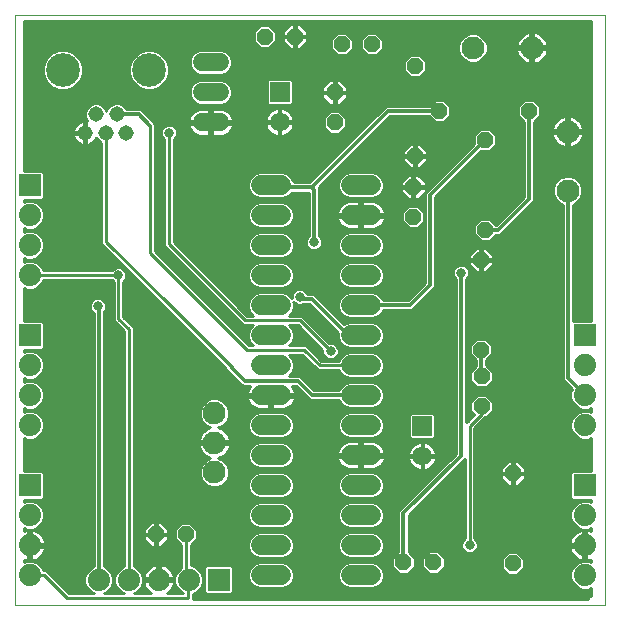
<source format=gbl>
G75*
G70*
%OFA0B0*%
%FSLAX24Y24*%
%IPPOS*%
%LPD*%
%AMOC8*
5,1,8,0,0,1.08239X$1,22.5*
%
%ADD10C,0.0000*%
%ADD11R,0.0740X0.0740*%
%ADD12C,0.0740*%
%ADD13C,0.0650*%
%ADD14C,0.0515*%
%ADD15C,0.1122*%
%ADD16C,0.0600*%
%ADD17R,0.0650X0.0650*%
%ADD18C,0.0650*%
%ADD19OC8,0.0520*%
%ADD20C,0.0760*%
%ADD21C,0.0120*%
%ADD22C,0.0317*%
%ADD23C,0.0100*%
D10*
X000151Y000101D02*
X000151Y019786D01*
X019836Y019786D01*
X019836Y000101D01*
X000151Y000101D01*
D11*
X000651Y004101D03*
X006950Y000947D03*
X019151Y004101D03*
X019151Y009101D03*
X000651Y009101D03*
X000651Y014101D03*
D12*
X000651Y013101D03*
X000651Y012101D03*
X000651Y011101D03*
X000651Y008101D03*
X000651Y007101D03*
X000651Y006101D03*
X000651Y003101D03*
X000651Y002101D03*
X000651Y001101D03*
X002950Y000947D03*
X003950Y000947D03*
X004950Y000947D03*
X005950Y000947D03*
X019151Y001101D03*
X019151Y002101D03*
X019151Y003101D03*
X019151Y006101D03*
X019151Y007101D03*
X019151Y008101D03*
D13*
X012015Y008101D02*
X011366Y008101D01*
X011366Y009101D02*
X012015Y009101D01*
X012015Y010101D02*
X011366Y010101D01*
X011366Y011101D02*
X012015Y011101D01*
X012015Y012101D02*
X011366Y012101D01*
X011366Y013101D02*
X012015Y013101D01*
X012015Y014101D02*
X011366Y014101D01*
X009015Y014101D02*
X008366Y014101D01*
X008366Y013101D02*
X009015Y013101D01*
X009015Y012101D02*
X008366Y012101D01*
X008366Y011101D02*
X009015Y011101D01*
X009015Y010101D02*
X008366Y010101D01*
X008366Y009101D02*
X009015Y009101D01*
X009015Y008101D02*
X008366Y008101D01*
X008366Y007101D02*
X009015Y007101D01*
X009015Y006101D02*
X008366Y006101D01*
X008366Y005101D02*
X009015Y005101D01*
X009015Y004101D02*
X008366Y004101D01*
X008366Y003101D02*
X009015Y003101D01*
X009015Y002101D02*
X008366Y002101D01*
X008366Y001101D02*
X009015Y001101D01*
X011366Y001101D02*
X012015Y001101D01*
X012015Y002101D02*
X011366Y002101D01*
X011366Y003101D02*
X012015Y003101D01*
X012015Y004101D02*
X011366Y004101D01*
X011366Y005101D02*
X012015Y005101D01*
X012015Y006101D02*
X011366Y006101D01*
X011366Y007101D02*
X012015Y007101D01*
D14*
X003861Y015843D03*
X003191Y015843D03*
X002491Y015843D03*
X002861Y016463D03*
X003551Y016463D03*
D15*
X004628Y017943D03*
X001754Y017943D03*
D16*
X006387Y018195D02*
X006987Y018195D01*
X006987Y017195D02*
X006387Y017195D01*
X006387Y016195D02*
X006987Y016195D01*
D17*
X008978Y017207D03*
X013730Y006073D03*
D18*
X013730Y005073D03*
X008978Y016207D03*
D19*
X010817Y016195D03*
X010817Y017195D03*
X011053Y018802D03*
X012053Y018802D03*
X013498Y018077D03*
X014297Y016577D03*
X015832Y015617D03*
X017297Y016577D03*
X013498Y015077D03*
X013435Y014046D03*
X013435Y013046D03*
X015691Y011613D03*
X015832Y012617D03*
X015691Y008613D03*
X015710Y007735D03*
X015710Y006735D03*
X016754Y004494D03*
X016754Y001494D03*
X014108Y001526D03*
X013108Y001526D03*
X005852Y002461D03*
X004852Y002461D03*
X008486Y019057D03*
X009486Y019057D03*
D20*
X015423Y018676D03*
X017391Y018676D03*
X018584Y015884D03*
X018584Y013916D03*
X006801Y006502D03*
X006801Y005518D03*
X006801Y004534D03*
D21*
X009580Y007581D02*
X010061Y007101D01*
X011691Y007101D01*
X011683Y008093D02*
X011691Y008101D01*
X011691Y009101D02*
X011251Y009101D01*
X010043Y010309D01*
X009726Y010309D01*
X009647Y010388D01*
X011691Y010101D02*
X013317Y010101D01*
X014000Y010784D01*
X014000Y013784D01*
X015832Y015617D01*
X017297Y016577D02*
X017297Y013654D01*
X016259Y012617D01*
X015832Y012617D01*
X015068Y011140D02*
X015028Y011100D01*
X015028Y005086D01*
X013108Y003166D01*
X013108Y001526D01*
X006957Y000941D02*
X006950Y000947D01*
X002950Y000947D02*
X002950Y010042D01*
X002921Y010072D01*
X005309Y010101D02*
X007376Y008034D01*
X007376Y008024D01*
X007819Y007581D01*
X009580Y007581D01*
X015691Y007754D02*
X015710Y007735D01*
X015691Y007754D02*
X015691Y008613D01*
X018584Y007668D02*
X019151Y007101D01*
X018584Y007668D02*
X018584Y013916D01*
X014297Y016577D02*
X012592Y016577D01*
X010043Y014028D01*
X010122Y013949D01*
X010122Y012208D01*
X010043Y014028D02*
X008763Y014028D01*
X008691Y014101D01*
X004662Y016086D02*
X004284Y016463D01*
X003551Y016463D01*
D22*
X005295Y015848D03*
X010122Y012208D03*
X009647Y010388D03*
X010676Y008568D03*
X015028Y011180D03*
X003606Y011095D03*
X002921Y010072D03*
X015309Y002109D03*
D23*
X015309Y002101D01*
X015309Y002109D02*
X015309Y006085D01*
X015710Y006487D01*
X015710Y006735D01*
X015460Y006462D02*
X015242Y006245D01*
X015198Y006201D01*
X015198Y010970D01*
X015256Y011027D01*
X015297Y011126D01*
X015297Y011233D01*
X015256Y011332D01*
X015180Y011407D01*
X015082Y011448D01*
X014975Y011448D01*
X014876Y011407D01*
X014801Y011332D01*
X014760Y011233D01*
X014760Y011126D01*
X014801Y011027D01*
X014858Y010970D01*
X014858Y005157D01*
X012938Y003236D01*
X012938Y003095D01*
X012938Y001879D01*
X012738Y001679D01*
X012738Y001373D01*
X012955Y001156D01*
X013261Y001156D01*
X013478Y001373D01*
X013478Y001679D01*
X013278Y001879D01*
X013278Y003095D01*
X015099Y004916D01*
X015149Y004966D01*
X015149Y002328D01*
X015081Y002261D01*
X015040Y002162D01*
X015040Y002055D01*
X015081Y001957D01*
X015157Y001881D01*
X015255Y001840D01*
X015362Y001840D01*
X015461Y001881D01*
X015536Y001957D01*
X015577Y002055D01*
X015577Y002162D01*
X015536Y002261D01*
X015469Y002328D01*
X015469Y006019D01*
X015815Y006365D01*
X015863Y006365D01*
X016080Y006581D01*
X016080Y006888D01*
X015863Y007105D01*
X015557Y007105D01*
X015340Y006888D01*
X015340Y006581D01*
X015460Y006462D01*
X015416Y006506D02*
X015198Y006506D01*
X015198Y006408D02*
X015405Y006408D01*
X015306Y006309D02*
X015198Y006309D01*
X015198Y006210D02*
X015208Y006210D01*
X015469Y006013D02*
X018671Y006013D01*
X018671Y006005D02*
X018744Y005829D01*
X018879Y005694D01*
X019056Y005621D01*
X019247Y005621D01*
X019344Y005661D01*
X019344Y004581D01*
X018736Y004581D01*
X018671Y004516D01*
X018671Y003685D01*
X018736Y003621D01*
X019344Y003621D01*
X019344Y003540D01*
X019247Y003581D01*
X019056Y003581D01*
X018879Y003508D01*
X018744Y003373D01*
X018671Y003196D01*
X018671Y003005D01*
X018744Y002829D01*
X018879Y002694D01*
X019056Y002621D01*
X019247Y002621D01*
X019344Y002661D01*
X019344Y002585D01*
X019273Y002608D01*
X019201Y002619D01*
X019201Y002151D01*
X019101Y002151D01*
X019101Y002619D01*
X019029Y002608D01*
X018952Y002583D01*
X018879Y002546D01*
X018812Y002497D01*
X018755Y002440D01*
X018706Y002373D01*
X018669Y002300D01*
X018644Y002223D01*
X018633Y002151D01*
X019101Y002151D01*
X019101Y002051D01*
X018633Y002051D01*
X018644Y001979D01*
X018669Y001901D01*
X018706Y001828D01*
X018755Y001762D01*
X018812Y001704D01*
X018879Y001656D01*
X018952Y001619D01*
X019029Y001594D01*
X019101Y001582D01*
X019101Y002051D01*
X019201Y002051D01*
X019201Y001582D01*
X019273Y001594D01*
X019344Y001617D01*
X019344Y001540D01*
X019247Y001581D01*
X019056Y001581D01*
X018879Y001508D01*
X018744Y001373D01*
X018671Y001196D01*
X018671Y001005D01*
X018744Y000829D01*
X018879Y000694D01*
X019056Y000621D01*
X019247Y000621D01*
X019344Y000661D01*
X019344Y000396D01*
X019246Y000396D01*
X019246Y000298D01*
X006088Y000298D01*
X006088Y000485D01*
X006222Y000540D01*
X006357Y000675D01*
X006430Y000852D01*
X006430Y001043D01*
X006357Y001219D01*
X006222Y001354D01*
X006046Y001427D01*
X006012Y001427D01*
X006012Y002098D01*
X006222Y002308D01*
X006222Y002614D01*
X006006Y002831D01*
X005699Y002831D01*
X005482Y002614D01*
X005482Y002308D01*
X005692Y002098D01*
X005692Y001360D01*
X005678Y001354D01*
X005543Y001219D01*
X005470Y001043D01*
X005470Y000852D01*
X005543Y000675D01*
X005678Y000540D01*
X005768Y000503D01*
X005768Y000498D01*
X005214Y000498D01*
X005223Y000502D01*
X005289Y000551D01*
X005347Y000608D01*
X005395Y000675D01*
X005432Y000748D01*
X005458Y000825D01*
X005469Y000897D01*
X005001Y000897D01*
X005001Y000997D01*
X005469Y000997D01*
X005458Y001069D01*
X005432Y001147D01*
X005395Y001220D01*
X005347Y001286D01*
X005289Y001344D01*
X005223Y001392D01*
X005150Y001429D01*
X005072Y001454D01*
X005000Y001466D01*
X005000Y000997D01*
X004900Y000997D01*
X004900Y000897D01*
X004432Y000897D01*
X004443Y000825D01*
X004469Y000748D01*
X004506Y000675D01*
X004554Y000608D01*
X004612Y000551D01*
X004678Y000502D01*
X004686Y000498D01*
X004120Y000498D01*
X004222Y000540D01*
X004357Y000675D01*
X004430Y000852D01*
X004430Y001043D01*
X004357Y001219D01*
X004222Y001354D01*
X004110Y001400D01*
X004110Y009247D01*
X004110Y009380D01*
X003766Y009724D01*
X003766Y010875D01*
X003833Y010943D01*
X003874Y011041D01*
X003874Y011148D01*
X003833Y011247D01*
X003758Y011322D01*
X003659Y011363D01*
X003552Y011363D01*
X003454Y011322D01*
X003392Y011261D01*
X001104Y011261D01*
X001058Y011373D01*
X000923Y011508D01*
X000747Y011581D01*
X000556Y011581D01*
X000446Y011535D01*
X000446Y011666D01*
X000556Y011621D01*
X000747Y011621D01*
X000923Y011694D01*
X001058Y011829D01*
X001131Y012005D01*
X001131Y012196D01*
X001058Y012373D01*
X000923Y012508D01*
X000747Y012581D01*
X000556Y012581D01*
X000446Y012535D01*
X000446Y012666D01*
X000556Y012621D01*
X000747Y012621D01*
X000923Y012694D01*
X001058Y012829D01*
X001131Y013005D01*
X001131Y013196D01*
X001058Y013373D01*
X000923Y013508D01*
X000747Y013581D01*
X000556Y013581D01*
X000446Y013535D01*
X000446Y013621D01*
X001067Y013621D01*
X001131Y013685D01*
X001131Y014516D01*
X001067Y014581D01*
X000446Y014581D01*
X000446Y019589D01*
X019344Y019589D01*
X019344Y009581D01*
X018754Y009581D01*
X018754Y013456D01*
X018862Y013500D01*
X019000Y013638D01*
X019074Y013818D01*
X019074Y014013D01*
X019000Y014193D01*
X018862Y014331D01*
X018682Y014406D01*
X018487Y014406D01*
X018307Y014331D01*
X018169Y014193D01*
X018094Y014013D01*
X018094Y013818D01*
X018169Y013638D01*
X018307Y013500D01*
X018414Y013456D01*
X018414Y007738D01*
X018414Y007597D01*
X018713Y007298D01*
X018671Y007196D01*
X015198Y007196D01*
X015198Y007294D02*
X018712Y007294D01*
X018671Y007196D02*
X018671Y007005D01*
X018744Y006829D01*
X018879Y006694D01*
X019056Y006621D01*
X019247Y006621D01*
X019344Y006661D01*
X019344Y006540D01*
X019247Y006581D01*
X019056Y006581D01*
X018879Y006508D01*
X018744Y006373D01*
X018671Y006196D01*
X018671Y006005D01*
X018709Y005915D02*
X015469Y005915D01*
X015469Y005816D02*
X018757Y005816D01*
X018855Y005718D02*
X015469Y005718D01*
X015469Y005619D02*
X019344Y005619D01*
X019344Y005521D02*
X015469Y005521D01*
X015469Y005422D02*
X019344Y005422D01*
X019344Y005324D02*
X015469Y005324D01*
X015469Y005225D02*
X019344Y005225D01*
X019344Y005126D02*
X015469Y005126D01*
X015469Y005028D02*
X019344Y005028D01*
X019344Y004929D02*
X015469Y004929D01*
X015469Y004831D02*
X016510Y004831D01*
X016584Y004904D02*
X016344Y004664D01*
X016344Y004524D01*
X016723Y004524D01*
X016723Y004464D01*
X016344Y004464D01*
X016344Y004325D01*
X016584Y004084D01*
X016723Y004084D01*
X016723Y004464D01*
X016784Y004464D01*
X016784Y004524D01*
X017164Y004524D01*
X017164Y004664D01*
X016923Y004904D01*
X016784Y004904D01*
X016784Y004525D01*
X016723Y004525D01*
X016723Y004904D01*
X016584Y004904D01*
X016723Y004831D02*
X016784Y004831D01*
X016784Y004732D02*
X016723Y004732D01*
X016723Y004634D02*
X016784Y004634D01*
X016784Y004535D02*
X016723Y004535D01*
X016784Y004464D02*
X017164Y004464D01*
X017164Y004325D01*
X016923Y004084D01*
X016784Y004084D01*
X016784Y004464D01*
X016784Y004437D02*
X016723Y004437D01*
X016723Y004338D02*
X016784Y004338D01*
X016784Y004240D02*
X016723Y004240D01*
X016723Y004141D02*
X016784Y004141D01*
X016980Y004141D02*
X018671Y004141D01*
X018671Y004043D02*
X015469Y004043D01*
X015469Y004141D02*
X016527Y004141D01*
X016429Y004240D02*
X015469Y004240D01*
X015469Y004338D02*
X016344Y004338D01*
X016344Y004437D02*
X015469Y004437D01*
X015469Y004535D02*
X016344Y004535D01*
X016344Y004634D02*
X015469Y004634D01*
X015469Y004732D02*
X016412Y004732D01*
X016997Y004831D02*
X019344Y004831D01*
X019344Y004732D02*
X017095Y004732D01*
X017164Y004634D02*
X019344Y004634D01*
X018690Y004535D02*
X017164Y004535D01*
X017164Y004437D02*
X018671Y004437D01*
X018671Y004338D02*
X017164Y004338D01*
X017078Y004240D02*
X018671Y004240D01*
X018671Y003944D02*
X015469Y003944D01*
X015469Y003845D02*
X018671Y003845D01*
X018671Y003747D02*
X015469Y003747D01*
X015469Y003648D02*
X018708Y003648D01*
X018823Y003451D02*
X015469Y003451D01*
X015469Y003353D02*
X018736Y003353D01*
X018695Y003254D02*
X015469Y003254D01*
X015469Y003156D02*
X018671Y003156D01*
X018671Y003057D02*
X015469Y003057D01*
X015469Y002959D02*
X018691Y002959D01*
X018731Y002860D02*
X015469Y002860D01*
X015469Y002761D02*
X018812Y002761D01*
X018954Y002663D02*
X015469Y002663D01*
X015469Y002564D02*
X018916Y002564D01*
X018781Y002466D02*
X015469Y002466D01*
X015469Y002367D02*
X018703Y002367D01*
X018659Y002269D02*
X015528Y002269D01*
X015574Y002170D02*
X018636Y002170D01*
X018646Y001973D02*
X015543Y001973D01*
X015577Y002072D02*
X019101Y002072D01*
X019101Y002170D02*
X019201Y002170D01*
X019201Y002269D02*
X019101Y002269D01*
X019101Y002367D02*
X019201Y002367D01*
X019201Y002466D02*
X019101Y002466D01*
X019101Y002564D02*
X019201Y002564D01*
X019201Y001973D02*
X019101Y001973D01*
X019101Y001875D02*
X019201Y001875D01*
X019201Y001776D02*
X019101Y001776D01*
X019101Y001677D02*
X019201Y001677D01*
X019251Y001579D02*
X019344Y001579D01*
X019051Y001579D02*
X017124Y001579D01*
X017124Y001648D02*
X017124Y001341D01*
X016907Y001124D01*
X016600Y001124D01*
X016384Y001341D01*
X016384Y001648D01*
X016600Y001864D01*
X016907Y001864D01*
X017124Y001648D01*
X017094Y001677D02*
X018849Y001677D01*
X018744Y001776D02*
X016995Y001776D01*
X017124Y001480D02*
X018852Y001480D01*
X018753Y001382D02*
X017124Y001382D01*
X017066Y001283D02*
X018707Y001283D01*
X018671Y001185D02*
X016967Y001185D01*
X016540Y001185D02*
X014290Y001185D01*
X014261Y001156D02*
X014478Y001373D01*
X014478Y001679D01*
X014261Y001896D01*
X013955Y001896D01*
X013738Y001679D01*
X013738Y001373D01*
X013955Y001156D01*
X014261Y001156D01*
X014388Y001283D02*
X016441Y001283D01*
X016384Y001382D02*
X014478Y001382D01*
X014478Y001480D02*
X016384Y001480D01*
X016384Y001579D02*
X014478Y001579D01*
X014478Y001677D02*
X016413Y001677D01*
X016512Y001776D02*
X014381Y001776D01*
X014282Y001875D02*
X015172Y001875D01*
X015074Y001973D02*
X013278Y001973D01*
X013282Y001875D02*
X013933Y001875D01*
X013835Y001776D02*
X013381Y001776D01*
X013478Y001677D02*
X013738Y001677D01*
X013738Y001579D02*
X013478Y001579D01*
X013478Y001480D02*
X013738Y001480D01*
X013738Y001382D02*
X013478Y001382D01*
X013388Y001283D02*
X013827Y001283D01*
X013926Y001185D02*
X013290Y001185D01*
X012926Y001185D02*
X012450Y001185D01*
X012450Y001187D02*
X012384Y001347D01*
X012262Y001469D01*
X012102Y001536D01*
X011279Y001536D01*
X011119Y001469D01*
X010997Y001347D01*
X010931Y001187D01*
X010931Y001014D01*
X010997Y000854D01*
X011119Y000732D01*
X011279Y000666D01*
X012102Y000666D01*
X012262Y000732D01*
X012384Y000854D01*
X012450Y001014D01*
X012450Y001187D01*
X012450Y001086D02*
X018671Y001086D01*
X018678Y000988D02*
X012439Y000988D01*
X012398Y000889D02*
X018719Y000889D01*
X018783Y000791D02*
X012320Y000791D01*
X012165Y000692D02*
X018884Y000692D01*
X019344Y000594D02*
X007430Y000594D01*
X007430Y000532D02*
X007430Y001363D01*
X007366Y001427D01*
X006535Y001427D01*
X006470Y001363D01*
X006470Y000532D01*
X006535Y000467D01*
X007366Y000467D01*
X007430Y000532D01*
X007394Y000495D02*
X019344Y000495D01*
X019344Y000396D02*
X006088Y000396D01*
X006088Y000298D02*
X019246Y000298D01*
X018683Y001875D02*
X015445Y001875D01*
X015040Y002072D02*
X013278Y002072D01*
X013278Y002170D02*
X015044Y002170D01*
X015089Y002269D02*
X013278Y002269D01*
X013278Y002367D02*
X015149Y002367D01*
X015149Y002466D02*
X013278Y002466D01*
X013278Y002564D02*
X015149Y002564D01*
X015149Y002663D02*
X013278Y002663D01*
X013278Y002761D02*
X015149Y002761D01*
X015149Y002860D02*
X013278Y002860D01*
X013278Y002959D02*
X015149Y002959D01*
X015149Y003057D02*
X013278Y003057D01*
X013338Y003156D02*
X015149Y003156D01*
X015149Y003254D02*
X013437Y003254D01*
X013535Y003353D02*
X015149Y003353D01*
X015149Y003451D02*
X013634Y003451D01*
X013732Y003550D02*
X015149Y003550D01*
X015149Y003648D02*
X013831Y003648D01*
X013929Y003747D02*
X015149Y003747D01*
X015149Y003845D02*
X014028Y003845D01*
X014126Y003944D02*
X015149Y003944D01*
X015149Y004043D02*
X014225Y004043D01*
X014324Y004141D02*
X015149Y004141D01*
X015149Y004240D02*
X014422Y004240D01*
X014521Y004338D02*
X015149Y004338D01*
X015149Y004437D02*
X014619Y004437D01*
X014718Y004535D02*
X015149Y004535D01*
X015149Y004634D02*
X014816Y004634D01*
X014915Y004732D02*
X015149Y004732D01*
X015149Y004831D02*
X015013Y004831D01*
X015112Y004929D02*
X015149Y004929D01*
X014828Y005126D02*
X014202Y005126D01*
X014205Y005111D02*
X014193Y005184D01*
X014170Y005256D01*
X014136Y005322D01*
X014092Y005383D01*
X014039Y005436D01*
X013979Y005479D01*
X013912Y005513D01*
X013841Y005536D01*
X013767Y005548D01*
X013749Y005548D01*
X013749Y005092D01*
X014205Y005092D01*
X014205Y005111D01*
X014205Y005054D02*
X013749Y005054D01*
X013749Y004598D01*
X013767Y004598D01*
X013841Y004610D01*
X013912Y004633D01*
X013979Y004667D01*
X014039Y004711D01*
X014092Y004764D01*
X014136Y004824D01*
X014170Y004891D01*
X014193Y004962D01*
X014205Y005036D01*
X014205Y005054D01*
X014204Y005028D02*
X014730Y005028D01*
X014631Y004929D02*
X014183Y004929D01*
X014139Y004831D02*
X014533Y004831D01*
X014434Y004732D02*
X014061Y004732D01*
X013914Y004634D02*
X014336Y004634D01*
X014237Y004535D02*
X012103Y004535D01*
X012102Y004536D02*
X011279Y004536D01*
X011119Y004469D01*
X010997Y004347D01*
X010931Y004187D01*
X010931Y004014D01*
X010997Y003854D01*
X011119Y003732D01*
X011279Y003666D01*
X012102Y003666D01*
X012262Y003732D01*
X012384Y003854D01*
X012450Y004014D01*
X012450Y004187D01*
X012384Y004347D01*
X012262Y004469D01*
X012102Y004536D01*
X012102Y004634D02*
X013546Y004634D01*
X013548Y004633D02*
X013619Y004610D01*
X013693Y004598D01*
X013711Y004598D01*
X013711Y005054D01*
X013749Y005054D01*
X013749Y005092D01*
X013711Y005092D01*
X013711Y005054D01*
X013255Y005054D01*
X013255Y005036D01*
X013267Y004962D01*
X013290Y004891D01*
X013324Y004824D01*
X013368Y004764D01*
X013420Y004711D01*
X013481Y004667D01*
X013548Y004633D01*
X013711Y004634D02*
X013749Y004634D01*
X013749Y004732D02*
X013711Y004732D01*
X013711Y004831D02*
X013749Y004831D01*
X013749Y004929D02*
X013711Y004929D01*
X013711Y005028D02*
X013749Y005028D01*
X013711Y005092D02*
X013255Y005092D01*
X013255Y005111D01*
X013267Y005184D01*
X013290Y005256D01*
X013324Y005322D01*
X013368Y005383D01*
X013420Y005436D01*
X013481Y005479D01*
X013548Y005513D01*
X013619Y005536D01*
X013693Y005548D01*
X013711Y005548D01*
X013711Y005092D01*
X013711Y005126D02*
X013749Y005126D01*
X013749Y005225D02*
X013711Y005225D01*
X013711Y005324D02*
X013749Y005324D01*
X013749Y005422D02*
X013711Y005422D01*
X013711Y005521D02*
X013749Y005521D01*
X013890Y005521D02*
X014858Y005521D01*
X014858Y005619D02*
X007321Y005619D01*
X007318Y005642D02*
X007292Y005722D01*
X007254Y005796D01*
X007205Y005863D01*
X007146Y005922D01*
X007079Y005971D01*
X007004Y006009D01*
X006941Y006030D01*
X007078Y006087D01*
X007216Y006225D01*
X007291Y006405D01*
X007291Y006600D01*
X007216Y006780D01*
X007078Y006918D01*
X006898Y006992D01*
X006703Y006992D01*
X006523Y006918D01*
X006385Y006780D01*
X006311Y006600D01*
X006311Y006405D01*
X006385Y006225D01*
X006523Y006087D01*
X006661Y006030D01*
X006597Y006009D01*
X006523Y005971D01*
X006456Y005922D01*
X006397Y005863D01*
X006347Y005796D01*
X006310Y005722D01*
X006284Y005642D01*
X006272Y005568D01*
X006751Y005568D01*
X006751Y005468D01*
X006272Y005468D01*
X006284Y005394D01*
X006310Y005315D01*
X006347Y005240D01*
X006397Y005173D01*
X006456Y005114D01*
X006523Y005065D01*
X006597Y005027D01*
X006661Y005006D01*
X006523Y004949D01*
X006385Y004811D01*
X006311Y004631D01*
X006311Y004436D01*
X006385Y004256D01*
X006523Y004118D01*
X006703Y004044D01*
X006898Y004044D01*
X007078Y004118D01*
X007216Y004256D01*
X007291Y004436D01*
X007291Y004631D01*
X007216Y004811D01*
X007078Y004949D01*
X006941Y005006D01*
X007004Y005027D01*
X007079Y005065D01*
X007146Y005114D01*
X007205Y005173D01*
X007254Y005240D01*
X007292Y005315D01*
X007318Y005394D01*
X007329Y005468D01*
X006851Y005468D01*
X006851Y005568D01*
X007329Y005568D01*
X007318Y005642D01*
X007293Y005718D02*
X008154Y005718D01*
X008119Y005732D02*
X008279Y005666D01*
X009102Y005666D01*
X009262Y005732D01*
X009384Y005854D01*
X009450Y006014D01*
X009450Y006187D01*
X009384Y006347D01*
X009262Y006469D01*
X009102Y006536D01*
X008279Y006536D01*
X008119Y006469D01*
X007997Y006347D01*
X007931Y006187D01*
X007931Y006014D01*
X007997Y005854D01*
X008119Y005732D01*
X008035Y005816D02*
X007239Y005816D01*
X007154Y005915D02*
X007972Y005915D01*
X007931Y006013D02*
X006991Y006013D01*
X007103Y006112D02*
X007931Y006112D01*
X007941Y006210D02*
X007202Y006210D01*
X007251Y006309D02*
X007981Y006309D01*
X008058Y006408D02*
X007291Y006408D01*
X007291Y006506D02*
X008208Y006506D01*
X008255Y006638D02*
X008328Y006626D01*
X008641Y006626D01*
X008641Y007051D01*
X008740Y007051D01*
X008740Y006626D01*
X009053Y006626D01*
X009127Y006638D01*
X009198Y006661D01*
X009264Y006695D01*
X009325Y006739D01*
X009377Y006791D01*
X009421Y006852D01*
X009455Y006919D01*
X009478Y006990D01*
X009488Y007051D01*
X008741Y007051D01*
X008741Y007151D01*
X009488Y007151D01*
X009478Y007212D01*
X009455Y007283D01*
X009421Y007350D01*
X009377Y007410D01*
X009376Y007411D01*
X009510Y007411D01*
X009990Y006931D01*
X010131Y006931D01*
X010966Y006931D01*
X010997Y006854D01*
X011119Y006732D01*
X011279Y006666D01*
X012102Y006666D01*
X012262Y006732D01*
X012384Y006854D01*
X012450Y007014D01*
X012450Y007187D01*
X012384Y007347D01*
X012262Y007469D01*
X012102Y007536D01*
X011279Y007536D01*
X011119Y007469D01*
X010997Y007347D01*
X010966Y007271D01*
X010131Y007271D01*
X009750Y007651D01*
X009750Y007651D01*
X009651Y007751D01*
X009280Y007751D01*
X009384Y007854D01*
X009450Y008014D01*
X009450Y008187D01*
X009384Y008347D01*
X009286Y008445D01*
X009731Y008445D01*
X010149Y008027D01*
X010242Y007933D01*
X010965Y007933D01*
X010997Y007854D01*
X011119Y007732D01*
X011279Y007666D01*
X012102Y007666D01*
X012262Y007732D01*
X012384Y007854D01*
X012450Y008014D01*
X012450Y008187D01*
X012384Y008347D01*
X012262Y008469D01*
X012102Y008536D01*
X011279Y008536D01*
X011119Y008469D01*
X010997Y008347D01*
X010958Y008253D01*
X010375Y008253D01*
X009863Y008765D01*
X009731Y008765D01*
X009294Y008765D01*
X009384Y008854D01*
X009450Y009014D01*
X009450Y009187D01*
X009384Y009347D01*
X009294Y009437D01*
X009581Y009437D01*
X010408Y008610D01*
X010408Y008515D01*
X010448Y008416D01*
X010524Y008341D01*
X010623Y008300D01*
X010729Y008300D01*
X010828Y008341D01*
X010904Y008416D01*
X010944Y008515D01*
X010944Y008621D01*
X010904Y008720D01*
X010828Y008796D01*
X010729Y008836D01*
X010634Y008836D01*
X009714Y009757D01*
X009581Y009757D01*
X009286Y009757D01*
X009384Y009854D01*
X009450Y010014D01*
X009450Y010187D01*
X009437Y010219D01*
X009495Y010161D01*
X009594Y010120D01*
X009701Y010120D01*
X009747Y010139D01*
X009797Y010139D01*
X009972Y010139D01*
X010931Y009181D01*
X010931Y009014D01*
X010997Y008854D01*
X011119Y008732D01*
X011279Y008666D01*
X012102Y008666D01*
X012262Y008732D01*
X012384Y008854D01*
X012450Y009014D01*
X012450Y009187D01*
X012384Y009347D01*
X012262Y009469D01*
X012102Y009536D01*
X011279Y009536D01*
X011122Y009470D01*
X010213Y010379D01*
X010113Y010479D01*
X009900Y010479D01*
X009875Y010540D01*
X009799Y010616D01*
X009701Y010657D01*
X009594Y010657D01*
X009495Y010616D01*
X009420Y010540D01*
X009379Y010442D01*
X009379Y010352D01*
X009262Y010469D01*
X009102Y010536D01*
X008279Y010536D01*
X008119Y010469D01*
X007997Y010347D01*
X007931Y010187D01*
X007931Y010014D01*
X007997Y009854D01*
X008095Y009757D01*
X007893Y009757D01*
X005455Y012195D01*
X005455Y015629D01*
X005522Y015696D01*
X005563Y015795D01*
X005563Y015902D01*
X005522Y016000D01*
X005447Y016076D01*
X005348Y016117D01*
X005241Y016117D01*
X005143Y016076D01*
X005067Y016000D01*
X005026Y015902D01*
X005026Y015795D01*
X005067Y015696D01*
X005135Y015629D01*
X005135Y012195D01*
X005135Y012063D01*
X007667Y009531D01*
X007761Y009437D01*
X008087Y009437D01*
X007997Y009347D01*
X007931Y009187D01*
X007931Y009014D01*
X007997Y008854D01*
X008087Y008765D01*
X007973Y008765D01*
X004822Y011916D01*
X004822Y016005D01*
X004832Y016015D01*
X004832Y016156D01*
X004355Y016633D01*
X004214Y016633D01*
X003878Y016633D01*
X003862Y016671D01*
X003759Y016775D01*
X003624Y016831D01*
X003477Y016831D01*
X003342Y016775D01*
X003239Y016671D01*
X003206Y016591D01*
X003172Y016671D01*
X003069Y016775D01*
X002934Y016831D01*
X002787Y016831D01*
X002652Y016775D01*
X002549Y016671D01*
X002493Y016536D01*
X002493Y016390D01*
X002549Y016255D01*
X002559Y016245D01*
X002523Y016251D01*
X002519Y016251D01*
X002519Y015872D01*
X002462Y015872D01*
X002462Y016251D01*
X002458Y016251D01*
X002395Y016241D01*
X002334Y016221D01*
X002277Y016192D01*
X002225Y016154D01*
X002180Y016109D01*
X002142Y016057D01*
X002113Y016000D01*
X002093Y015939D01*
X002083Y015875D01*
X002083Y015872D01*
X002462Y015872D01*
X002462Y015814D01*
X002519Y015814D01*
X002519Y015436D01*
X002523Y015436D01*
X002586Y015446D01*
X002647Y015466D01*
X002704Y015495D01*
X002756Y015532D01*
X002801Y015578D01*
X002839Y015630D01*
X002862Y015675D01*
X002879Y015635D01*
X002982Y015532D01*
X003031Y015512D01*
X003031Y012285D01*
X003031Y012153D01*
X005139Y010044D01*
X005139Y010030D01*
X007206Y007963D01*
X007206Y007954D01*
X007305Y007854D01*
X007748Y007411D01*
X007889Y007411D01*
X008005Y007411D01*
X008004Y007410D01*
X007960Y007350D01*
X007926Y007283D01*
X007903Y007212D01*
X007893Y007151D01*
X008640Y007151D01*
X008640Y007051D01*
X007893Y007051D01*
X007903Y006990D01*
X007926Y006919D01*
X007960Y006852D01*
X008004Y006791D01*
X008056Y006739D01*
X008117Y006695D01*
X008183Y006661D01*
X008255Y006638D01*
X008105Y006703D02*
X007248Y006703D01*
X007289Y006605D02*
X014858Y006605D01*
X014858Y006703D02*
X012192Y006703D01*
X012331Y006802D02*
X014858Y006802D01*
X014858Y006900D02*
X012403Y006900D01*
X012444Y006999D02*
X014858Y006999D01*
X014858Y007097D02*
X012450Y007097D01*
X012447Y007196D02*
X014858Y007196D01*
X014858Y007294D02*
X012406Y007294D01*
X012338Y007393D02*
X014858Y007393D01*
X014858Y007492D02*
X012208Y007492D01*
X012156Y007689D02*
X014858Y007689D01*
X014858Y007787D02*
X012317Y007787D01*
X012397Y007886D02*
X014858Y007886D01*
X014858Y007984D02*
X012438Y007984D01*
X012450Y008083D02*
X014858Y008083D01*
X014858Y008181D02*
X012450Y008181D01*
X012412Y008280D02*
X014858Y008280D01*
X014858Y008378D02*
X012353Y008378D01*
X012243Y008477D02*
X014858Y008477D01*
X014858Y008576D02*
X010944Y008576D01*
X010929Y008477D02*
X011138Y008477D01*
X011029Y008378D02*
X010866Y008378D01*
X010969Y008280D02*
X010348Y008280D01*
X010249Y008378D02*
X010486Y008378D01*
X010423Y008477D02*
X010151Y008477D01*
X010052Y008576D02*
X010408Y008576D01*
X010344Y008674D02*
X009954Y008674D01*
X009797Y008605D02*
X010309Y008093D01*
X011683Y008093D01*
X011691Y008101D01*
X011225Y007689D02*
X009713Y007689D01*
X009812Y007590D02*
X014858Y007590D01*
X015198Y007590D02*
X015340Y007590D01*
X015340Y007581D02*
X015557Y007365D01*
X015863Y007365D01*
X016080Y007581D01*
X016080Y007888D01*
X015863Y008105D01*
X015861Y008105D01*
X015861Y008259D01*
X016061Y008459D01*
X016061Y008766D01*
X015844Y008983D01*
X015537Y008983D01*
X015321Y008766D01*
X015321Y008459D01*
X015521Y008259D01*
X015521Y008068D01*
X015340Y007888D01*
X015340Y007581D01*
X015340Y007689D02*
X015198Y007689D01*
X015198Y007787D02*
X015340Y007787D01*
X015340Y007886D02*
X015198Y007886D01*
X015198Y007984D02*
X015437Y007984D01*
X015521Y008083D02*
X015198Y008083D01*
X015198Y008181D02*
X015521Y008181D01*
X015500Y008280D02*
X015198Y008280D01*
X015198Y008378D02*
X015401Y008378D01*
X015321Y008477D02*
X015198Y008477D01*
X015198Y008576D02*
X015321Y008576D01*
X015321Y008674D02*
X015198Y008674D01*
X015198Y008773D02*
X015327Y008773D01*
X015426Y008871D02*
X015198Y008871D01*
X015198Y008970D02*
X015524Y008970D01*
X015857Y008970D02*
X018414Y008970D01*
X018414Y009068D02*
X015198Y009068D01*
X015198Y009167D02*
X018414Y009167D01*
X018414Y009265D02*
X015198Y009265D01*
X015198Y009364D02*
X018414Y009364D01*
X018414Y009462D02*
X015198Y009462D01*
X015198Y009561D02*
X018414Y009561D01*
X018414Y009659D02*
X015198Y009659D01*
X015198Y009758D02*
X018414Y009758D01*
X018414Y009857D02*
X015198Y009857D01*
X015198Y009955D02*
X018414Y009955D01*
X018414Y010054D02*
X015198Y010054D01*
X015198Y010152D02*
X018414Y010152D01*
X018414Y010251D02*
X015198Y010251D01*
X015198Y010349D02*
X018414Y010349D01*
X018414Y010448D02*
X015198Y010448D01*
X015198Y010546D02*
X018414Y010546D01*
X018414Y010645D02*
X015198Y010645D01*
X015198Y010743D02*
X018414Y010743D01*
X018414Y010842D02*
X015198Y010842D01*
X015198Y010941D02*
X018414Y010941D01*
X018414Y011039D02*
X015261Y011039D01*
X015297Y011138D02*
X018414Y011138D01*
X018414Y011236D02*
X015894Y011236D01*
X015860Y011203D02*
X016101Y011443D01*
X016101Y011583D01*
X015721Y011583D01*
X015721Y011643D01*
X015660Y011643D01*
X015660Y011583D01*
X015281Y011583D01*
X015281Y011443D01*
X015521Y011203D01*
X015660Y011203D01*
X015660Y011582D01*
X015721Y011582D01*
X015721Y011203D01*
X015860Y011203D01*
X015721Y011236D02*
X015660Y011236D01*
X015660Y011335D02*
X015721Y011335D01*
X015721Y011433D02*
X015660Y011433D01*
X015660Y011532D02*
X015721Y011532D01*
X015721Y011630D02*
X018414Y011630D01*
X018414Y011532D02*
X016101Y011532D01*
X016091Y011433D02*
X018414Y011433D01*
X018414Y011335D02*
X015992Y011335D01*
X015487Y011236D02*
X015295Y011236D01*
X015253Y011335D02*
X015389Y011335D01*
X015290Y011433D02*
X015117Y011433D01*
X014940Y011433D02*
X014170Y011433D01*
X014170Y011335D02*
X014804Y011335D01*
X014761Y011236D02*
X014170Y011236D01*
X014170Y011138D02*
X014760Y011138D01*
X014796Y011039D02*
X014170Y011039D01*
X014170Y010941D02*
X014858Y010941D01*
X014858Y010842D02*
X014170Y010842D01*
X014170Y010743D02*
X014858Y010743D01*
X014858Y010645D02*
X014101Y010645D01*
X014070Y010614D02*
X014170Y010713D01*
X014170Y013713D01*
X015703Y015247D01*
X015986Y015247D01*
X016202Y015463D01*
X016202Y015770D01*
X015986Y015986D01*
X015679Y015986D01*
X015462Y015770D01*
X015462Y015487D01*
X013830Y013854D01*
X013830Y013713D01*
X013830Y010854D01*
X013246Y010271D01*
X012416Y010271D01*
X012384Y010347D01*
X012262Y010469D01*
X012102Y010536D01*
X011279Y010536D01*
X011119Y010469D01*
X010997Y010347D01*
X010931Y010187D01*
X010931Y010014D01*
X010997Y009854D01*
X011119Y009732D01*
X011279Y009666D01*
X012102Y009666D01*
X012262Y009732D01*
X012384Y009854D01*
X012416Y009931D01*
X013246Y009931D01*
X013387Y009931D01*
X014070Y010614D01*
X014003Y010546D02*
X014858Y010546D01*
X014858Y010448D02*
X013904Y010448D01*
X013805Y010349D02*
X014858Y010349D01*
X014858Y010251D02*
X013707Y010251D01*
X013608Y010152D02*
X014858Y010152D01*
X014858Y010054D02*
X013510Y010054D01*
X013411Y009955D02*
X014858Y009955D01*
X014858Y009857D02*
X012385Y009857D01*
X012287Y009758D02*
X014858Y009758D01*
X014858Y009659D02*
X010933Y009659D01*
X011031Y009561D02*
X014858Y009561D01*
X014858Y009462D02*
X012269Y009462D01*
X012367Y009364D02*
X014858Y009364D01*
X014858Y009265D02*
X012418Y009265D01*
X012450Y009167D02*
X014858Y009167D01*
X014858Y009068D02*
X012450Y009068D01*
X012432Y008970D02*
X014858Y008970D01*
X014858Y008871D02*
X012391Y008871D01*
X012302Y008773D02*
X014858Y008773D01*
X014858Y008674D02*
X012121Y008674D01*
X011260Y008674D02*
X010923Y008674D01*
X010851Y008773D02*
X011079Y008773D01*
X010990Y008871D02*
X010599Y008871D01*
X010501Y008970D02*
X010949Y008970D01*
X010931Y009068D02*
X010402Y009068D01*
X010304Y009167D02*
X010931Y009167D01*
X010846Y009265D02*
X010205Y009265D01*
X010106Y009364D02*
X010748Y009364D01*
X010649Y009462D02*
X010008Y009462D01*
X009909Y009561D02*
X010551Y009561D01*
X010452Y009659D02*
X009811Y009659D01*
X009647Y009597D02*
X010676Y008568D01*
X010245Y008773D02*
X009302Y008773D01*
X009391Y008871D02*
X010147Y008871D01*
X010048Y008970D02*
X009432Y008970D01*
X009450Y009068D02*
X009950Y009068D01*
X009851Y009167D02*
X009450Y009167D01*
X009418Y009265D02*
X009752Y009265D01*
X009654Y009364D02*
X009367Y009364D01*
X009647Y009597D02*
X007827Y009597D01*
X005295Y012129D01*
X005295Y015848D01*
X005497Y015671D02*
X011445Y015671D01*
X011543Y015769D02*
X009165Y015769D01*
X009160Y015767D02*
X009227Y015801D01*
X009287Y015845D01*
X009340Y015898D01*
X009384Y015958D01*
X009418Y016025D01*
X009441Y016096D01*
X009453Y016170D01*
X009453Y016188D01*
X008997Y016188D01*
X008997Y016226D01*
X009453Y016226D01*
X009453Y016244D01*
X009441Y016318D01*
X009418Y016389D01*
X009384Y016456D01*
X009340Y016516D01*
X009287Y016569D01*
X009227Y016613D01*
X009160Y016647D01*
X009089Y016670D01*
X009015Y016682D01*
X008997Y016682D01*
X008997Y016226D01*
X008959Y016226D01*
X008959Y016188D01*
X008997Y016188D01*
X008997Y015732D01*
X009015Y015732D01*
X009089Y015744D01*
X009160Y015767D01*
X008997Y015769D02*
X008959Y015769D01*
X008959Y015732D02*
X008959Y016188D01*
X008503Y016188D01*
X008503Y016170D01*
X008515Y016096D01*
X008538Y016025D01*
X008572Y015958D01*
X008616Y015898D01*
X008669Y015845D01*
X008729Y015801D01*
X008796Y015767D01*
X008867Y015744D01*
X008941Y015732D01*
X008959Y015732D01*
X008959Y015868D02*
X008997Y015868D01*
X008997Y015966D02*
X008959Y015966D01*
X008959Y016065D02*
X008997Y016065D01*
X008997Y016163D02*
X008959Y016163D01*
X008959Y016226D02*
X008503Y016226D01*
X008503Y016244D01*
X008515Y016318D01*
X008538Y016389D01*
X008572Y016456D01*
X008616Y016516D01*
X008669Y016569D01*
X008729Y016613D01*
X008796Y016647D01*
X008867Y016670D01*
X008941Y016682D01*
X008959Y016682D01*
X008959Y016226D01*
X008959Y016262D02*
X008997Y016262D01*
X008997Y016360D02*
X008959Y016360D01*
X008959Y016459D02*
X008997Y016459D01*
X008997Y016558D02*
X008959Y016558D01*
X008959Y016656D02*
X008997Y016656D01*
X009133Y016656D02*
X012430Y016656D01*
X012521Y016747D02*
X009973Y014198D01*
X009972Y014198D01*
X009446Y014198D01*
X009384Y014347D01*
X009262Y014469D01*
X009102Y014536D01*
X008279Y014536D01*
X008119Y014469D01*
X007997Y014347D01*
X007931Y014187D01*
X007931Y014014D01*
X007997Y013854D01*
X008119Y013732D01*
X008279Y013666D01*
X009102Y013666D01*
X009262Y013732D01*
X009384Y013854D01*
X009386Y013858D01*
X009952Y013858D01*
X009952Y012418D01*
X009894Y012360D01*
X009854Y012262D01*
X009854Y012155D01*
X009894Y012056D01*
X009970Y011981D01*
X010069Y011940D01*
X010175Y011940D01*
X010274Y011981D01*
X010350Y012056D01*
X010390Y012155D01*
X010390Y012262D01*
X010350Y012360D01*
X010292Y012418D01*
X010292Y014020D01*
X010283Y014028D01*
X012662Y016407D01*
X013944Y016407D01*
X014144Y016207D01*
X014450Y016207D01*
X014667Y016424D01*
X014667Y016730D01*
X014450Y016947D01*
X014144Y016947D01*
X013944Y016747D01*
X012662Y016747D01*
X012521Y016747D01*
X012332Y016558D02*
X010977Y016558D01*
X010970Y016565D02*
X010663Y016565D01*
X010447Y016349D01*
X010447Y016042D01*
X010663Y015825D01*
X010970Y015825D01*
X011186Y016042D01*
X011186Y016349D01*
X010970Y016565D01*
X011076Y016459D02*
X012233Y016459D01*
X012135Y016360D02*
X011175Y016360D01*
X011186Y016262D02*
X012036Y016262D01*
X011938Y016163D02*
X011186Y016163D01*
X011186Y016065D02*
X011839Y016065D01*
X011740Y015966D02*
X011111Y015966D01*
X011012Y015868D02*
X011642Y015868D01*
X011926Y015671D02*
X015462Y015671D01*
X015462Y015769D02*
X012024Y015769D01*
X012123Y015868D02*
X015560Y015868D01*
X015659Y015966D02*
X012221Y015966D01*
X012320Y016065D02*
X017127Y016065D01*
X017127Y016163D02*
X012418Y016163D01*
X012517Y016262D02*
X014089Y016262D01*
X013990Y016360D02*
X012615Y016360D01*
X011827Y015572D02*
X015462Y015572D01*
X015449Y015474D02*
X013681Y015474D01*
X013667Y015487D02*
X013528Y015487D01*
X013528Y015107D01*
X013908Y015107D01*
X013908Y015247D01*
X013667Y015487D01*
X013528Y015474D02*
X013468Y015474D01*
X013468Y015487D02*
X013328Y015487D01*
X013088Y015247D01*
X013088Y015107D01*
X013467Y015107D01*
X013467Y015047D01*
X013088Y015047D01*
X013088Y014907D01*
X013328Y014667D01*
X013468Y014667D01*
X013468Y015047D01*
X013528Y015047D01*
X013528Y015107D01*
X013468Y015107D01*
X013468Y015487D01*
X013468Y015375D02*
X013528Y015375D01*
X013528Y015276D02*
X013468Y015276D01*
X013468Y015178D02*
X013528Y015178D01*
X013528Y015079D02*
X015055Y015079D01*
X014956Y014981D02*
X013908Y014981D01*
X013908Y015047D02*
X013528Y015047D01*
X013528Y014667D01*
X013667Y014667D01*
X013908Y014907D01*
X013908Y015047D01*
X013908Y015178D02*
X015153Y015178D01*
X015252Y015276D02*
X013878Y015276D01*
X013780Y015375D02*
X015350Y015375D01*
X015634Y015178D02*
X017127Y015178D01*
X017127Y015276D02*
X016015Y015276D01*
X016114Y015375D02*
X017127Y015375D01*
X017127Y015474D02*
X016202Y015474D01*
X016202Y015572D02*
X017127Y015572D01*
X017127Y015671D02*
X016202Y015671D01*
X016202Y015769D02*
X017127Y015769D01*
X017127Y015868D02*
X016104Y015868D01*
X016006Y015966D02*
X017127Y015966D01*
X017127Y016224D02*
X017127Y013724D01*
X016189Y012786D01*
X016186Y012786D01*
X015986Y012986D01*
X015679Y012986D01*
X015462Y012770D01*
X015462Y012463D01*
X015679Y012247D01*
X015986Y012247D01*
X016186Y012447D01*
X016189Y012447D01*
X016330Y012447D01*
X017367Y013484D01*
X017467Y013584D01*
X017467Y016224D01*
X017667Y016424D01*
X017667Y016730D01*
X017450Y016947D01*
X017144Y016947D01*
X016927Y016730D01*
X016927Y016424D01*
X017127Y016224D01*
X017089Y016262D02*
X014505Y016262D01*
X014603Y016360D02*
X016990Y016360D01*
X016927Y016459D02*
X014667Y016459D01*
X014667Y016558D02*
X016927Y016558D01*
X016927Y016656D02*
X014667Y016656D01*
X014643Y016755D02*
X016951Y016755D01*
X017050Y016853D02*
X014544Y016853D01*
X014050Y016853D02*
X011054Y016853D01*
X010986Y016785D02*
X011226Y017025D01*
X011226Y017165D01*
X010847Y017165D01*
X010847Y017225D01*
X011226Y017225D01*
X011226Y017365D01*
X010986Y017605D01*
X010847Y017605D01*
X010847Y017226D01*
X010786Y017226D01*
X010786Y017605D01*
X010647Y017605D01*
X010407Y017365D01*
X010407Y017225D01*
X010786Y017225D01*
X010786Y017165D01*
X010407Y017165D01*
X010407Y017025D01*
X010647Y016785D01*
X010786Y016785D01*
X010786Y017165D01*
X010847Y017165D01*
X010847Y016785D01*
X010986Y016785D01*
X010847Y016853D02*
X010786Y016853D01*
X010786Y016952D02*
X010847Y016952D01*
X010847Y017050D02*
X010786Y017050D01*
X010786Y017149D02*
X010847Y017149D01*
X010847Y017247D02*
X010786Y017247D01*
X010786Y017346D02*
X010847Y017346D01*
X010847Y017444D02*
X010786Y017444D01*
X010786Y017543D02*
X010847Y017543D01*
X011049Y017543D02*
X019344Y017543D01*
X019344Y017641D02*
X009349Y017641D01*
X009349Y017642D02*
X009413Y017578D01*
X009413Y016836D01*
X009349Y016772D01*
X008607Y016772D01*
X008543Y016836D01*
X008543Y017578D01*
X008607Y017642D01*
X009349Y017642D01*
X009413Y017543D02*
X010584Y017543D01*
X010486Y017444D02*
X009413Y017444D01*
X009413Y017346D02*
X010407Y017346D01*
X010407Y017247D02*
X009413Y017247D01*
X009413Y017149D02*
X010407Y017149D01*
X010407Y017050D02*
X009413Y017050D01*
X009413Y016952D02*
X010480Y016952D01*
X010579Y016853D02*
X009413Y016853D01*
X009299Y016558D02*
X010656Y016558D01*
X010557Y016459D02*
X009382Y016459D01*
X009428Y016360D02*
X010458Y016360D01*
X010447Y016262D02*
X009450Y016262D01*
X009452Y016163D02*
X010447Y016163D01*
X010447Y016065D02*
X009431Y016065D01*
X009388Y015966D02*
X010522Y015966D01*
X010621Y015868D02*
X009310Y015868D01*
X008791Y015769D02*
X007131Y015769D01*
X007159Y015778D02*
X007222Y015810D01*
X007280Y015852D01*
X007330Y015902D01*
X007371Y015959D01*
X007404Y016023D01*
X007426Y016090D01*
X007434Y016145D01*
X006737Y016145D01*
X006737Y016245D01*
X007434Y016245D01*
X007426Y016301D01*
X007404Y016368D01*
X007371Y016431D01*
X007330Y016488D01*
X007280Y016539D01*
X007222Y016580D01*
X007159Y016612D01*
X007092Y016634D01*
X007022Y016645D01*
X006737Y016645D01*
X006737Y016245D01*
X006637Y016245D01*
X006637Y016645D01*
X006351Y016645D01*
X006281Y016634D01*
X006214Y016612D01*
X006151Y016580D01*
X006093Y016539D01*
X006043Y016488D01*
X006002Y016431D01*
X005970Y016368D01*
X005948Y016301D01*
X005939Y016245D01*
X006636Y016245D01*
X006636Y016145D01*
X005939Y016145D01*
X005948Y016090D01*
X005970Y016023D01*
X006002Y015959D01*
X006043Y015902D01*
X006093Y015852D01*
X006151Y015810D01*
X006214Y015778D01*
X006281Y015756D01*
X006351Y015745D01*
X006637Y015745D01*
X006637Y016145D01*
X006737Y016145D01*
X006737Y015745D01*
X007022Y015745D01*
X007092Y015756D01*
X007159Y015778D01*
X007295Y015868D02*
X008646Y015868D01*
X008568Y015966D02*
X007375Y015966D01*
X007417Y016065D02*
X008525Y016065D01*
X008504Y016163D02*
X006737Y016163D01*
X006737Y016065D02*
X006637Y016065D01*
X006636Y016163D02*
X004825Y016163D01*
X004832Y016065D02*
X005132Y016065D01*
X005053Y015966D02*
X004822Y015966D01*
X004822Y015868D02*
X005026Y015868D01*
X005037Y015769D02*
X004822Y015769D01*
X004822Y015671D02*
X005093Y015671D01*
X005135Y015572D02*
X004822Y015572D01*
X004822Y015474D02*
X005135Y015474D01*
X005135Y015375D02*
X004822Y015375D01*
X004822Y015276D02*
X005135Y015276D01*
X005135Y015178D02*
X004822Y015178D01*
X004822Y015079D02*
X005135Y015079D01*
X005135Y014981D02*
X004822Y014981D01*
X004822Y014882D02*
X005135Y014882D01*
X005135Y014784D02*
X004822Y014784D01*
X004822Y014685D02*
X005135Y014685D01*
X005135Y014587D02*
X004822Y014587D01*
X004822Y014488D02*
X005135Y014488D01*
X005135Y014390D02*
X004822Y014390D01*
X004822Y014291D02*
X005135Y014291D01*
X005135Y014192D02*
X004822Y014192D01*
X004822Y014094D02*
X005135Y014094D01*
X005135Y013995D02*
X004822Y013995D01*
X004822Y013897D02*
X005135Y013897D01*
X005135Y013798D02*
X004822Y013798D01*
X004822Y013700D02*
X005135Y013700D01*
X005135Y013601D02*
X004822Y013601D01*
X004822Y013503D02*
X005135Y013503D01*
X005135Y013404D02*
X004822Y013404D01*
X004822Y013306D02*
X005135Y013306D01*
X005135Y013207D02*
X004822Y013207D01*
X004822Y013109D02*
X005135Y013109D01*
X005135Y013010D02*
X004822Y013010D01*
X004822Y012911D02*
X005135Y012911D01*
X005135Y012813D02*
X004822Y012813D01*
X004822Y012714D02*
X005135Y012714D01*
X005135Y012616D02*
X004822Y012616D01*
X004822Y012517D02*
X005135Y012517D01*
X005135Y012419D02*
X004822Y012419D01*
X004822Y012320D02*
X005135Y012320D01*
X005135Y012222D02*
X004822Y012222D01*
X004822Y012123D02*
X005135Y012123D01*
X005173Y012025D02*
X004822Y012025D01*
X004822Y011926D02*
X005272Y011926D01*
X005370Y011827D02*
X004911Y011827D01*
X005009Y011729D02*
X005469Y011729D01*
X005567Y011630D02*
X005108Y011630D01*
X005206Y011532D02*
X005666Y011532D01*
X005764Y011433D02*
X005305Y011433D01*
X005403Y011335D02*
X005863Y011335D01*
X005962Y011236D02*
X005502Y011236D01*
X005600Y011138D02*
X006060Y011138D01*
X006159Y011039D02*
X005699Y011039D01*
X005797Y010941D02*
X006257Y010941D01*
X006356Y010842D02*
X005896Y010842D01*
X005995Y010743D02*
X006454Y010743D01*
X006553Y010645D02*
X006093Y010645D01*
X006192Y010546D02*
X006651Y010546D01*
X006750Y010448D02*
X006290Y010448D01*
X006389Y010349D02*
X006848Y010349D01*
X006947Y010251D02*
X006487Y010251D01*
X006586Y010152D02*
X007046Y010152D01*
X007144Y010054D02*
X006684Y010054D01*
X006783Y009955D02*
X007243Y009955D01*
X007341Y009857D02*
X006881Y009857D01*
X006980Y009758D02*
X007440Y009758D01*
X007538Y009659D02*
X007079Y009659D01*
X007177Y009561D02*
X007637Y009561D01*
X007735Y009462D02*
X007276Y009462D01*
X007374Y009364D02*
X008014Y009364D01*
X007963Y009265D02*
X007473Y009265D01*
X007571Y009167D02*
X007931Y009167D01*
X007931Y009068D02*
X007670Y009068D01*
X007768Y008970D02*
X007949Y008970D01*
X007990Y008871D02*
X007867Y008871D01*
X007965Y008773D02*
X008079Y008773D01*
X007907Y008605D02*
X009797Y008605D01*
X009797Y008378D02*
X009353Y008378D01*
X009412Y008280D02*
X009895Y008280D01*
X009994Y008181D02*
X009450Y008181D01*
X009450Y008083D02*
X010092Y008083D01*
X010191Y007984D02*
X009438Y007984D01*
X009397Y007886D02*
X010984Y007886D01*
X011064Y007787D02*
X009317Y007787D01*
X009390Y007393D02*
X009528Y007393D01*
X009450Y007294D02*
X009627Y007294D01*
X009725Y007196D02*
X009481Y007196D01*
X009480Y006999D02*
X009922Y006999D01*
X009824Y007097D02*
X008741Y007097D01*
X008740Y006999D02*
X008641Y006999D01*
X008640Y007097D02*
X004110Y007097D01*
X004110Y006999D02*
X007901Y006999D01*
X007935Y006900D02*
X007096Y006900D01*
X007194Y006802D02*
X007996Y006802D01*
X007900Y007196D02*
X004110Y007196D01*
X004110Y007294D02*
X007932Y007294D01*
X007991Y007393D02*
X004110Y007393D01*
X004110Y007492D02*
X007668Y007492D01*
X007569Y007590D02*
X004110Y007590D01*
X004110Y007689D02*
X007471Y007689D01*
X007372Y007787D02*
X004110Y007787D01*
X004110Y007886D02*
X007273Y007886D01*
X007185Y007984D02*
X004110Y007984D01*
X004110Y008083D02*
X007086Y008083D01*
X006988Y008181D02*
X004110Y008181D01*
X004110Y008280D02*
X006889Y008280D01*
X006791Y008378D02*
X004110Y008378D01*
X004110Y008477D02*
X006692Y008477D01*
X006594Y008576D02*
X004110Y008576D01*
X004110Y008674D02*
X006495Y008674D01*
X006396Y008773D02*
X004110Y008773D01*
X004110Y008871D02*
X006298Y008871D01*
X006199Y008970D02*
X004110Y008970D01*
X004110Y009068D02*
X006101Y009068D01*
X006002Y009167D02*
X004110Y009167D01*
X004110Y009265D02*
X005904Y009265D01*
X005805Y009364D02*
X004110Y009364D01*
X004028Y009462D02*
X005707Y009462D01*
X005608Y009561D02*
X003929Y009561D01*
X003831Y009659D02*
X005510Y009659D01*
X005411Y009758D02*
X003766Y009758D01*
X003766Y009857D02*
X005312Y009857D01*
X005214Y009955D02*
X003766Y009955D01*
X003766Y010054D02*
X005129Y010054D01*
X005031Y010152D02*
X003766Y010152D01*
X003766Y010251D02*
X004932Y010251D01*
X004834Y010349D02*
X003766Y010349D01*
X003766Y010448D02*
X004735Y010448D01*
X004637Y010546D02*
X003766Y010546D01*
X003766Y010645D02*
X004538Y010645D01*
X004440Y010743D02*
X003766Y010743D01*
X003766Y010842D02*
X004341Y010842D01*
X004243Y010941D02*
X003831Y010941D01*
X003873Y011039D02*
X004144Y011039D01*
X004046Y011138D02*
X003874Y011138D01*
X003838Y011236D02*
X003947Y011236D01*
X003848Y011335D02*
X003728Y011335D01*
X003750Y011433D02*
X000997Y011433D01*
X001074Y011335D02*
X003484Y011335D01*
X003651Y011532D02*
X000865Y011532D01*
X000770Y011630D02*
X003553Y011630D01*
X003454Y011729D02*
X000958Y011729D01*
X001057Y011827D02*
X003356Y011827D01*
X003257Y011926D02*
X001098Y011926D01*
X001131Y012025D02*
X003159Y012025D01*
X003060Y012123D02*
X001131Y012123D01*
X001121Y012222D02*
X003031Y012222D01*
X003031Y012320D02*
X001080Y012320D01*
X001012Y012419D02*
X003031Y012419D01*
X003031Y012517D02*
X000900Y012517D01*
X000944Y012714D02*
X003031Y012714D01*
X003031Y012616D02*
X000446Y012616D01*
X001042Y012813D02*
X003031Y012813D01*
X003031Y012911D02*
X001092Y012911D01*
X001131Y013010D02*
X003031Y013010D01*
X003031Y013109D02*
X001131Y013109D01*
X001127Y013207D02*
X003031Y013207D01*
X003031Y013306D02*
X001086Y013306D01*
X001027Y013404D02*
X003031Y013404D01*
X003031Y013503D02*
X000928Y013503D01*
X001131Y013700D02*
X003031Y013700D01*
X003031Y013798D02*
X001131Y013798D01*
X001131Y013897D02*
X003031Y013897D01*
X003031Y013995D02*
X001131Y013995D01*
X001131Y014094D02*
X003031Y014094D01*
X003031Y014192D02*
X001131Y014192D01*
X001131Y014291D02*
X003031Y014291D01*
X003031Y014390D02*
X001131Y014390D01*
X001131Y014488D02*
X003031Y014488D01*
X003031Y014587D02*
X000446Y014587D01*
X000446Y014685D02*
X003031Y014685D01*
X003031Y014784D02*
X000446Y014784D01*
X000446Y014882D02*
X003031Y014882D01*
X003031Y014981D02*
X000446Y014981D01*
X000446Y015079D02*
X003031Y015079D01*
X003031Y015178D02*
X000446Y015178D01*
X000446Y015276D02*
X003031Y015276D01*
X003031Y015375D02*
X000446Y015375D01*
X000446Y015474D02*
X002319Y015474D01*
X002334Y015466D02*
X002395Y015446D01*
X002458Y015436D01*
X002462Y015436D01*
X002462Y015814D01*
X002083Y015814D01*
X002083Y015811D01*
X002093Y015748D01*
X002113Y015687D01*
X002142Y015630D01*
X002180Y015578D01*
X002225Y015532D01*
X002277Y015495D01*
X002334Y015466D01*
X002462Y015474D02*
X002519Y015474D01*
X002519Y015572D02*
X002462Y015572D01*
X002462Y015671D02*
X002519Y015671D01*
X002519Y015769D02*
X002462Y015769D01*
X002462Y015868D02*
X000446Y015868D01*
X000446Y015966D02*
X002102Y015966D01*
X002148Y016065D02*
X000446Y016065D01*
X000446Y016163D02*
X002238Y016163D01*
X002462Y016163D02*
X002519Y016163D01*
X002519Y016065D02*
X002462Y016065D01*
X002462Y015966D02*
X002519Y015966D01*
X002546Y016262D02*
X000446Y016262D01*
X000446Y016360D02*
X002505Y016360D01*
X002493Y016459D02*
X000446Y016459D01*
X000446Y016558D02*
X002502Y016558D01*
X002543Y016656D02*
X000446Y016656D01*
X000446Y016755D02*
X002632Y016755D01*
X003089Y016755D02*
X003322Y016755D01*
X003233Y016656D02*
X003178Y016656D01*
X003779Y016755D02*
X013951Y016755D01*
X013651Y017707D02*
X013344Y017707D01*
X013128Y017924D01*
X013128Y018230D01*
X013344Y018447D01*
X013651Y018447D01*
X013868Y018230D01*
X013868Y017924D01*
X013651Y017707D01*
X013684Y017740D02*
X019344Y017740D01*
X019344Y017839D02*
X013782Y017839D01*
X013868Y017937D02*
X019344Y017937D01*
X019344Y018036D02*
X013868Y018036D01*
X013868Y018134D02*
X019344Y018134D01*
X019344Y018233D02*
X017683Y018233D01*
X017669Y018222D02*
X017737Y018271D01*
X017796Y018330D01*
X017845Y018398D01*
X017882Y018472D01*
X017908Y018551D01*
X017920Y018626D01*
X017441Y018626D01*
X017441Y018726D01*
X017341Y018726D01*
X017341Y019204D01*
X017267Y019193D01*
X017188Y019167D01*
X017114Y019129D01*
X017046Y019080D01*
X016987Y019021D01*
X016938Y018953D01*
X016900Y018879D01*
X016874Y018800D01*
X016863Y018726D01*
X017341Y018726D01*
X017341Y018626D01*
X016863Y018626D01*
X016874Y018551D01*
X016900Y018472D01*
X016938Y018398D01*
X016987Y018330D01*
X017046Y018271D01*
X017114Y018222D01*
X017188Y018184D01*
X017267Y018159D01*
X017341Y018147D01*
X017341Y018625D01*
X017441Y018625D01*
X017441Y018147D01*
X017515Y018159D01*
X017595Y018184D01*
X017669Y018222D01*
X017796Y018331D02*
X019344Y018331D01*
X019344Y018430D02*
X017861Y018430D01*
X017901Y018528D02*
X019344Y018528D01*
X019344Y018627D02*
X017441Y018627D01*
X017441Y018725D02*
X019344Y018725D01*
X019344Y018824D02*
X017900Y018824D01*
X017908Y018800D02*
X017882Y018879D01*
X017845Y018953D01*
X017796Y019021D01*
X017737Y019080D01*
X017669Y019129D01*
X017595Y019167D01*
X017515Y019193D01*
X017441Y019204D01*
X017441Y018726D01*
X017920Y018726D01*
X017908Y018800D01*
X017860Y018923D02*
X019344Y018923D01*
X019344Y019021D02*
X017795Y019021D01*
X017682Y019120D02*
X019344Y019120D01*
X019344Y019218D02*
X009896Y019218D01*
X009896Y019227D02*
X009656Y019467D01*
X009516Y019467D01*
X009516Y019088D01*
X009456Y019088D01*
X009456Y019467D01*
X009316Y019467D01*
X009076Y019227D01*
X009076Y019087D01*
X009456Y019087D01*
X009456Y019027D01*
X009516Y019027D01*
X009516Y018647D01*
X009656Y018647D01*
X009896Y018888D01*
X009896Y019027D01*
X009516Y019027D01*
X009516Y019087D01*
X009896Y019087D01*
X009896Y019227D01*
X009896Y019120D02*
X010848Y019120D01*
X010899Y019172D02*
X010683Y018955D01*
X010683Y018648D01*
X010899Y018432D01*
X011206Y018432D01*
X011423Y018648D01*
X011423Y018955D01*
X011206Y019172D01*
X010899Y019172D01*
X010749Y019021D02*
X009896Y019021D01*
X009896Y018923D02*
X010683Y018923D01*
X010683Y018824D02*
X009832Y018824D01*
X009734Y018725D02*
X010683Y018725D01*
X010704Y018627D02*
X000446Y018627D01*
X000446Y018725D02*
X008295Y018725D01*
X008333Y018687D02*
X008116Y018904D01*
X008116Y019211D01*
X008333Y019427D01*
X008639Y019427D01*
X008856Y019211D01*
X008856Y018904D01*
X008639Y018687D01*
X008333Y018687D01*
X008196Y018824D02*
X000446Y018824D01*
X000446Y018923D02*
X008116Y018923D01*
X008116Y019021D02*
X000446Y019021D01*
X000446Y019120D02*
X008116Y019120D01*
X008123Y019218D02*
X000446Y019218D01*
X000446Y019317D02*
X008222Y019317D01*
X008320Y019415D02*
X000446Y019415D01*
X000446Y019514D02*
X019344Y019514D01*
X019344Y019415D02*
X009708Y019415D01*
X009806Y019317D02*
X019344Y019317D01*
X017441Y019120D02*
X017341Y019120D01*
X017341Y019021D02*
X017441Y019021D01*
X017441Y018923D02*
X017341Y018923D01*
X017341Y018824D02*
X017441Y018824D01*
X017341Y018725D02*
X015913Y018725D01*
X015913Y018773D02*
X015838Y018953D01*
X015700Y019091D01*
X015520Y019166D01*
X015325Y019166D01*
X015145Y019091D01*
X015007Y018953D01*
X014933Y018773D01*
X014933Y018578D01*
X015007Y018398D01*
X015145Y018260D01*
X015325Y018186D01*
X015520Y018186D01*
X015700Y018260D01*
X015838Y018398D01*
X015913Y018578D01*
X015913Y018773D01*
X015892Y018824D02*
X016882Y018824D01*
X016922Y018923D02*
X015851Y018923D01*
X015770Y019021D02*
X016987Y019021D01*
X017101Y019120D02*
X015631Y019120D01*
X015215Y019120D02*
X012258Y019120D01*
X012206Y019172D02*
X011899Y019172D01*
X011683Y018955D01*
X011683Y018648D01*
X011899Y018432D01*
X012206Y018432D01*
X012423Y018648D01*
X012423Y018955D01*
X012206Y019172D01*
X012356Y019021D02*
X015075Y019021D01*
X014995Y018923D02*
X012423Y018923D01*
X012423Y018824D02*
X014954Y018824D01*
X014933Y018725D02*
X012423Y018725D01*
X012401Y018627D02*
X014933Y018627D01*
X014953Y018528D02*
X012303Y018528D01*
X011803Y018528D02*
X011303Y018528D01*
X011401Y018627D02*
X011704Y018627D01*
X011683Y018725D02*
X011423Y018725D01*
X011423Y018824D02*
X011683Y018824D01*
X011683Y018923D02*
X011423Y018923D01*
X011356Y019021D02*
X011749Y019021D01*
X011848Y019120D02*
X011258Y019120D01*
X010803Y018528D02*
X007233Y018528D01*
X007219Y018543D02*
X007068Y018605D01*
X006305Y018605D01*
X006154Y018543D01*
X006039Y018427D01*
X005977Y018277D01*
X005977Y018114D01*
X006039Y017963D01*
X006154Y017848D01*
X006305Y017785D01*
X007068Y017785D01*
X007219Y017848D01*
X007334Y017963D01*
X007397Y018114D01*
X007397Y018277D01*
X007334Y018427D01*
X007219Y018543D01*
X007332Y018430D02*
X013327Y018430D01*
X013229Y018331D02*
X007374Y018331D01*
X007397Y018233D02*
X013130Y018233D01*
X013128Y018134D02*
X007397Y018134D01*
X007364Y018036D02*
X013128Y018036D01*
X013128Y017937D02*
X007308Y017937D01*
X007197Y017839D02*
X013213Y017839D01*
X013311Y017740D02*
X005270Y017740D01*
X005299Y017810D02*
X005196Y017563D01*
X005008Y017374D01*
X004761Y017272D01*
X004494Y017272D01*
X004247Y017374D01*
X004059Y017563D01*
X003957Y017810D01*
X003957Y018077D01*
X004059Y018323D01*
X004247Y018512D01*
X004494Y018614D01*
X004761Y018614D01*
X005008Y018512D01*
X005196Y018323D01*
X005299Y018077D01*
X005299Y017810D01*
X005299Y017839D02*
X006176Y017839D01*
X006065Y017937D02*
X005299Y017937D01*
X005299Y018036D02*
X006009Y018036D01*
X005977Y018134D02*
X005275Y018134D01*
X005234Y018233D02*
X005977Y018233D01*
X005999Y018331D02*
X005188Y018331D01*
X005090Y018430D02*
X006041Y018430D01*
X006140Y018528D02*
X004968Y018528D01*
X004287Y018528D02*
X002094Y018528D01*
X002134Y018512D02*
X001887Y018614D01*
X001620Y018614D01*
X001373Y018512D01*
X001185Y018323D01*
X001083Y018077D01*
X001083Y017810D01*
X001185Y017563D01*
X001373Y017374D01*
X001620Y017272D01*
X001887Y017272D01*
X002134Y017374D01*
X002322Y017563D01*
X002425Y017810D01*
X002425Y018077D01*
X002322Y018323D01*
X002134Y018512D01*
X002216Y018430D02*
X004165Y018430D01*
X004067Y018331D02*
X002314Y018331D01*
X002360Y018233D02*
X004021Y018233D01*
X003980Y018134D02*
X002401Y018134D01*
X002425Y018036D02*
X003957Y018036D01*
X003957Y017937D02*
X002425Y017937D01*
X002425Y017839D02*
X003957Y017839D01*
X003985Y017740D02*
X002396Y017740D01*
X002355Y017641D02*
X004026Y017641D01*
X004079Y017543D02*
X002302Y017543D01*
X002204Y017444D02*
X004177Y017444D01*
X004316Y017346D02*
X002065Y017346D01*
X001442Y017346D02*
X000446Y017346D01*
X000446Y017444D02*
X001303Y017444D01*
X001205Y017543D02*
X000446Y017543D01*
X000446Y017641D02*
X001152Y017641D01*
X001111Y017740D02*
X000446Y017740D01*
X000446Y017839D02*
X001083Y017839D01*
X001083Y017937D02*
X000446Y017937D01*
X000446Y018036D02*
X001083Y018036D01*
X001106Y018134D02*
X000446Y018134D01*
X000446Y018233D02*
X001147Y018233D01*
X001193Y018331D02*
X000446Y018331D01*
X000446Y018430D02*
X001291Y018430D01*
X001413Y018528D02*
X000446Y018528D01*
X000446Y017247D02*
X005977Y017247D01*
X005977Y017277D02*
X005977Y017114D01*
X006039Y016963D01*
X006154Y016848D01*
X006305Y016785D01*
X007068Y016785D01*
X007219Y016848D01*
X007334Y016963D01*
X007397Y017114D01*
X007397Y017277D01*
X007334Y017427D01*
X007219Y017543D01*
X007068Y017605D01*
X006305Y017605D01*
X006154Y017543D01*
X006039Y017427D01*
X005977Y017277D01*
X006005Y017346D02*
X004939Y017346D01*
X005078Y017444D02*
X006056Y017444D01*
X006155Y017543D02*
X005176Y017543D01*
X005229Y017641D02*
X008607Y017641D01*
X008543Y017543D02*
X007219Y017543D01*
X007317Y017444D02*
X008543Y017444D01*
X008543Y017346D02*
X007368Y017346D01*
X007397Y017247D02*
X008543Y017247D01*
X008543Y017149D02*
X007397Y017149D01*
X007370Y017050D02*
X008543Y017050D01*
X008543Y016952D02*
X007323Y016952D01*
X007224Y016853D02*
X008543Y016853D01*
X008657Y016558D02*
X007254Y016558D01*
X007351Y016459D02*
X008574Y016459D01*
X008528Y016360D02*
X007406Y016360D01*
X007432Y016262D02*
X008506Y016262D01*
X008823Y016656D02*
X003868Y016656D01*
X004430Y016558D02*
X006120Y016558D01*
X006022Y016459D02*
X004529Y016459D01*
X004628Y016360D02*
X005967Y016360D01*
X005942Y016262D02*
X004726Y016262D01*
X004662Y016086D02*
X004662Y011850D01*
X007907Y008605D01*
X007892Y009758D02*
X008094Y009758D01*
X007996Y009857D02*
X007794Y009857D01*
X007695Y009955D02*
X007955Y009955D01*
X007931Y010054D02*
X007597Y010054D01*
X007498Y010152D02*
X007931Y010152D01*
X007957Y010251D02*
X007399Y010251D01*
X007301Y010349D02*
X007999Y010349D01*
X008098Y010448D02*
X007202Y010448D01*
X007104Y010546D02*
X009426Y010546D01*
X009381Y010448D02*
X009283Y010448D01*
X009102Y010666D02*
X009262Y010732D01*
X009384Y010854D01*
X009450Y011014D01*
X009450Y011187D01*
X009384Y011347D01*
X009262Y011469D01*
X009102Y011536D01*
X008279Y011536D01*
X008119Y011469D01*
X007997Y011347D01*
X007931Y011187D01*
X007931Y011014D01*
X007997Y010854D01*
X008119Y010732D01*
X008279Y010666D01*
X009102Y010666D01*
X009273Y010743D02*
X011108Y010743D01*
X011119Y010732D02*
X010997Y010854D01*
X010931Y011014D01*
X010931Y011187D01*
X010997Y011347D01*
X011119Y011469D01*
X011279Y011536D01*
X012102Y011536D01*
X012262Y011469D01*
X012384Y011347D01*
X012450Y011187D01*
X012450Y011014D01*
X012384Y010854D01*
X012262Y010732D01*
X012102Y010666D01*
X011279Y010666D01*
X011119Y010732D01*
X011010Y010842D02*
X009371Y010842D01*
X009420Y010941D02*
X010961Y010941D01*
X010931Y011039D02*
X009450Y011039D01*
X009450Y011138D02*
X010931Y011138D01*
X010951Y011236D02*
X009430Y011236D01*
X009389Y011335D02*
X010992Y011335D01*
X011083Y011433D02*
X009298Y011433D01*
X009111Y011532D02*
X011270Y011532D01*
X011279Y011666D02*
X011119Y011732D01*
X010997Y011854D01*
X010931Y012014D01*
X010931Y012187D01*
X010997Y012347D01*
X011119Y012469D01*
X011279Y012536D01*
X012102Y012536D01*
X012262Y012469D01*
X012384Y012347D01*
X012450Y012187D01*
X012450Y012014D01*
X012384Y011854D01*
X012262Y011732D01*
X012102Y011666D01*
X011279Y011666D01*
X011127Y011729D02*
X009254Y011729D01*
X009262Y011732D02*
X009384Y011854D01*
X009450Y012014D01*
X009450Y012187D01*
X009384Y012347D01*
X009262Y012469D01*
X009102Y012536D01*
X008279Y012536D01*
X008119Y012469D01*
X007997Y012347D01*
X007931Y012187D01*
X007931Y012014D01*
X007997Y011854D01*
X008119Y011732D01*
X008279Y011666D01*
X009102Y011666D01*
X009262Y011732D01*
X009357Y011827D02*
X011024Y011827D01*
X010967Y011926D02*
X009414Y011926D01*
X009450Y012025D02*
X009926Y012025D01*
X009867Y012123D02*
X009450Y012123D01*
X009436Y012222D02*
X009854Y012222D01*
X009878Y012320D02*
X009395Y012320D01*
X009312Y012419D02*
X009952Y012419D01*
X009952Y012517D02*
X009146Y012517D01*
X009102Y012666D02*
X009262Y012732D01*
X009384Y012854D01*
X009450Y013014D01*
X009450Y013187D01*
X009384Y013347D01*
X009262Y013469D01*
X009102Y013536D01*
X008279Y013536D01*
X008119Y013469D01*
X007997Y013347D01*
X007931Y013187D01*
X007931Y013014D01*
X007997Y012854D01*
X008119Y012732D01*
X008279Y012666D01*
X009102Y012666D01*
X009219Y012714D02*
X009952Y012714D01*
X009952Y012616D02*
X005455Y012616D01*
X005455Y012714D02*
X008162Y012714D01*
X008039Y012813D02*
X005455Y012813D01*
X005455Y012911D02*
X007974Y012911D01*
X007933Y013010D02*
X005455Y013010D01*
X005455Y013109D02*
X007931Y013109D01*
X007939Y013207D02*
X005455Y013207D01*
X005455Y013306D02*
X007980Y013306D01*
X008054Y013404D02*
X005455Y013404D01*
X005455Y013503D02*
X008200Y013503D01*
X008198Y013700D02*
X005455Y013700D01*
X005455Y013798D02*
X008053Y013798D01*
X007980Y013897D02*
X005455Y013897D01*
X005455Y013995D02*
X007939Y013995D01*
X007931Y014094D02*
X005455Y014094D01*
X005455Y014192D02*
X007933Y014192D01*
X007974Y014291D02*
X005455Y014291D01*
X005455Y014390D02*
X008040Y014390D01*
X008165Y014488D02*
X005455Y014488D01*
X005455Y014587D02*
X010361Y014587D01*
X010459Y014685D02*
X005455Y014685D01*
X005455Y014784D02*
X010558Y014784D01*
X010656Y014882D02*
X005455Y014882D01*
X005455Y014981D02*
X010755Y014981D01*
X010854Y015079D02*
X005455Y015079D01*
X005455Y015178D02*
X010952Y015178D01*
X011051Y015276D02*
X005455Y015276D01*
X005455Y015375D02*
X011149Y015375D01*
X011248Y015474D02*
X005455Y015474D01*
X005455Y015572D02*
X011346Y015572D01*
X011630Y015375D02*
X013216Y015375D01*
X013314Y015474D02*
X011728Y015474D01*
X011531Y015276D02*
X013117Y015276D01*
X013088Y015178D02*
X011433Y015178D01*
X011334Y015079D02*
X013467Y015079D01*
X013468Y014981D02*
X013528Y014981D01*
X013528Y014882D02*
X013468Y014882D01*
X013468Y014784D02*
X013528Y014784D01*
X013528Y014685D02*
X013468Y014685D01*
X013310Y014685D02*
X010940Y014685D01*
X010842Y014587D02*
X014562Y014587D01*
X014661Y014685D02*
X013685Y014685D01*
X013784Y014784D02*
X014759Y014784D01*
X014858Y014882D02*
X013883Y014882D01*
X013604Y014456D02*
X013465Y014456D01*
X013465Y014076D01*
X013845Y014076D01*
X013845Y014215D01*
X013604Y014456D01*
X013671Y014390D02*
X014365Y014390D01*
X014463Y014488D02*
X012216Y014488D01*
X012262Y014469D02*
X012102Y014536D01*
X011279Y014536D01*
X011119Y014469D01*
X010997Y014347D01*
X010931Y014187D01*
X010931Y014014D01*
X010997Y013854D01*
X011119Y013732D01*
X011279Y013666D01*
X012102Y013666D01*
X012262Y013732D01*
X012384Y013854D01*
X012450Y014014D01*
X012450Y014187D01*
X012384Y014347D01*
X012262Y014469D01*
X012341Y014390D02*
X013199Y014390D01*
X013265Y014456D02*
X013025Y014215D01*
X013025Y014076D01*
X013404Y014076D01*
X013404Y014016D01*
X013025Y014016D01*
X013025Y013876D01*
X013265Y013636D01*
X013405Y013636D01*
X013405Y014015D01*
X013465Y014015D01*
X013465Y013636D01*
X013604Y013636D01*
X013845Y013876D01*
X013845Y014016D01*
X013465Y014016D01*
X013465Y014076D01*
X013405Y014076D01*
X013405Y014456D01*
X013265Y014456D01*
X013405Y014390D02*
X013465Y014390D01*
X013465Y014291D02*
X013405Y014291D01*
X013405Y014192D02*
X013465Y014192D01*
X013465Y014094D02*
X013405Y014094D01*
X013405Y013995D02*
X013465Y013995D01*
X013465Y013897D02*
X013405Y013897D01*
X013405Y013798D02*
X013465Y013798D01*
X013465Y013700D02*
X013405Y013700D01*
X013201Y013700D02*
X012183Y013700D01*
X012127Y013564D02*
X012053Y013576D01*
X011740Y013576D01*
X011740Y013151D01*
X011641Y013151D01*
X011641Y013576D01*
X011328Y013576D01*
X011255Y013564D01*
X011183Y013541D01*
X011117Y013507D01*
X011056Y013463D01*
X011004Y013410D01*
X010960Y013350D01*
X010926Y013283D01*
X010903Y013212D01*
X010893Y013151D01*
X011640Y013151D01*
X011640Y013051D01*
X010893Y013051D01*
X010903Y012990D01*
X010926Y012919D01*
X010960Y012852D01*
X011004Y012791D01*
X011056Y012739D01*
X011117Y012695D01*
X011183Y012661D01*
X011255Y012638D01*
X011328Y012626D01*
X011641Y012626D01*
X011641Y013051D01*
X011740Y013051D01*
X011740Y012626D01*
X012053Y012626D01*
X012127Y012638D01*
X012198Y012661D01*
X012264Y012695D01*
X012325Y012739D01*
X012377Y012791D01*
X012421Y012852D01*
X012455Y012919D01*
X012478Y012990D01*
X012488Y013051D01*
X011741Y013051D01*
X011741Y013151D01*
X012488Y013151D01*
X012478Y013212D01*
X012455Y013283D01*
X012421Y013350D01*
X012377Y013410D01*
X012325Y013463D01*
X012264Y013507D01*
X012198Y013541D01*
X012127Y013564D01*
X012270Y013503D02*
X013830Y013503D01*
X013830Y013601D02*
X010292Y013601D01*
X010292Y013503D02*
X011111Y013503D01*
X010999Y013404D02*
X010292Y013404D01*
X010292Y013306D02*
X010937Y013306D01*
X010902Y013207D02*
X010292Y013207D01*
X010292Y013109D02*
X011640Y013109D01*
X011641Y013207D02*
X011740Y013207D01*
X011741Y013109D02*
X013065Y013109D01*
X013065Y013199D02*
X013065Y012892D01*
X013281Y012676D01*
X013588Y012676D01*
X013805Y012892D01*
X013805Y013199D01*
X013588Y013416D01*
X013281Y013416D01*
X013065Y013199D01*
X013073Y013207D02*
X012479Y013207D01*
X012444Y013306D02*
X013171Y013306D01*
X013270Y013404D02*
X012382Y013404D01*
X012328Y013798D02*
X013102Y013798D01*
X013025Y013897D02*
X012401Y013897D01*
X012442Y013995D02*
X013025Y013995D01*
X013025Y014094D02*
X012450Y014094D01*
X012448Y014192D02*
X013025Y014192D01*
X013100Y014291D02*
X012407Y014291D01*
X013113Y014882D02*
X011137Y014882D01*
X011039Y014784D02*
X013211Y014784D01*
X013088Y014981D02*
X011236Y014981D01*
X011165Y014488D02*
X010743Y014488D01*
X010644Y014390D02*
X011040Y014390D01*
X010974Y014291D02*
X010546Y014291D01*
X010447Y014192D02*
X010933Y014192D01*
X010931Y014094D02*
X010349Y014094D01*
X010292Y013995D02*
X010939Y013995D01*
X010980Y013897D02*
X010292Y013897D01*
X010292Y013798D02*
X011053Y013798D01*
X011198Y013700D02*
X010292Y013700D01*
X009952Y013700D02*
X009183Y013700D01*
X009328Y013798D02*
X009952Y013798D01*
X009952Y013601D02*
X005455Y013601D01*
X005455Y012517D02*
X008235Y012517D01*
X008069Y012419D02*
X005455Y012419D01*
X005455Y012320D02*
X007986Y012320D01*
X007945Y012222D02*
X005455Y012222D01*
X005527Y012123D02*
X007931Y012123D01*
X007931Y012025D02*
X005626Y012025D01*
X005724Y011926D02*
X007967Y011926D01*
X008024Y011827D02*
X005823Y011827D01*
X005921Y011729D02*
X008127Y011729D01*
X008270Y011532D02*
X006118Y011532D01*
X006020Y011630D02*
X013830Y011630D01*
X013830Y011532D02*
X012111Y011532D01*
X012298Y011433D02*
X013830Y011433D01*
X013830Y011335D02*
X012389Y011335D01*
X012430Y011236D02*
X013830Y011236D01*
X013830Y011138D02*
X012450Y011138D01*
X012450Y011039D02*
X013830Y011039D01*
X013830Y010941D02*
X012420Y010941D01*
X012371Y010842D02*
X013817Y010842D01*
X013719Y010743D02*
X012273Y010743D01*
X012283Y010448D02*
X013423Y010448D01*
X013325Y010349D02*
X012382Y010349D01*
X013522Y010546D02*
X009869Y010546D01*
X009729Y010645D02*
X013620Y010645D01*
X014170Y011532D02*
X015281Y011532D01*
X015281Y011643D02*
X015660Y011643D01*
X015660Y012023D01*
X015521Y012023D01*
X015281Y011782D01*
X015281Y011643D01*
X015281Y011729D02*
X014170Y011729D01*
X014170Y011827D02*
X015326Y011827D01*
X015424Y011926D02*
X014170Y011926D01*
X014170Y012025D02*
X018414Y012025D01*
X018414Y012123D02*
X014170Y012123D01*
X014170Y012222D02*
X018414Y012222D01*
X018414Y012320D02*
X016059Y012320D01*
X016158Y012419D02*
X018414Y012419D01*
X018414Y012517D02*
X016401Y012517D01*
X016499Y012616D02*
X018414Y012616D01*
X018414Y012714D02*
X016598Y012714D01*
X016696Y012813D02*
X018414Y012813D01*
X018414Y012911D02*
X016795Y012911D01*
X016893Y013010D02*
X018414Y013010D01*
X018414Y013109D02*
X016992Y013109D01*
X017090Y013207D02*
X018414Y013207D01*
X018414Y013306D02*
X017189Y013306D01*
X017287Y013404D02*
X018414Y013404D01*
X018304Y013503D02*
X017386Y013503D01*
X017467Y013601D02*
X018206Y013601D01*
X018143Y013700D02*
X017467Y013700D01*
X017467Y013798D02*
X018103Y013798D01*
X018094Y013897D02*
X017467Y013897D01*
X017467Y013995D02*
X018094Y013995D01*
X018128Y014094D02*
X017467Y014094D01*
X017467Y014192D02*
X018169Y014192D01*
X018267Y014291D02*
X017467Y014291D01*
X017467Y014390D02*
X018448Y014390D01*
X018721Y014390D02*
X019344Y014390D01*
X019344Y014488D02*
X017467Y014488D01*
X017467Y014587D02*
X019344Y014587D01*
X019344Y014685D02*
X017467Y014685D01*
X017467Y014784D02*
X019344Y014784D01*
X019344Y014882D02*
X017467Y014882D01*
X017467Y014981D02*
X019344Y014981D01*
X019344Y015079D02*
X017467Y015079D01*
X017467Y015178D02*
X019344Y015178D01*
X019344Y015276D02*
X017467Y015276D01*
X017467Y015375D02*
X018436Y015375D01*
X018460Y015367D02*
X018381Y015393D01*
X018306Y015431D01*
X018239Y015480D01*
X018180Y015539D01*
X018131Y015606D01*
X018093Y015681D01*
X018067Y015760D01*
X018056Y015834D01*
X018534Y015834D01*
X018534Y015934D01*
X018056Y015934D01*
X018067Y016008D01*
X018093Y016088D01*
X018131Y016162D01*
X018180Y016229D01*
X018239Y016288D01*
X018306Y016338D01*
X018381Y016375D01*
X018460Y016401D01*
X018534Y016413D01*
X018534Y015934D01*
X018634Y015934D01*
X018634Y016413D01*
X018708Y016401D01*
X018788Y016375D01*
X018862Y016338D01*
X018929Y016288D01*
X018988Y016229D01*
X019038Y016162D01*
X019075Y016088D01*
X019101Y016008D01*
X019113Y015934D01*
X018634Y015934D01*
X018634Y015834D01*
X018634Y015356D01*
X018708Y015367D01*
X018788Y015393D01*
X018862Y015431D01*
X018929Y015480D01*
X018988Y015539D01*
X019038Y015606D01*
X019075Y015681D01*
X019101Y015760D01*
X019113Y015834D01*
X018634Y015834D01*
X018534Y015834D01*
X018534Y015356D01*
X018460Y015367D01*
X018534Y015375D02*
X018634Y015375D01*
X018732Y015375D02*
X019344Y015375D01*
X019344Y015474D02*
X018921Y015474D01*
X019013Y015572D02*
X019344Y015572D01*
X019344Y015671D02*
X019070Y015671D01*
X019103Y015769D02*
X019344Y015769D01*
X019344Y015868D02*
X018634Y015868D01*
X018634Y015966D02*
X018534Y015966D01*
X018534Y015868D02*
X017467Y015868D01*
X017467Y015966D02*
X018061Y015966D01*
X018086Y016065D02*
X017467Y016065D01*
X017467Y016163D02*
X018132Y016163D01*
X018212Y016262D02*
X017505Y016262D01*
X017603Y016360D02*
X018351Y016360D01*
X018534Y016360D02*
X018634Y016360D01*
X018634Y016262D02*
X018534Y016262D01*
X018534Y016163D02*
X018634Y016163D01*
X018634Y016065D02*
X018534Y016065D01*
X018534Y015769D02*
X018634Y015769D01*
X018634Y015671D02*
X018534Y015671D01*
X018534Y015572D02*
X018634Y015572D01*
X018634Y015474D02*
X018534Y015474D01*
X018248Y015474D02*
X017467Y015474D01*
X017467Y015572D02*
X018156Y015572D01*
X018098Y015671D02*
X017467Y015671D01*
X017467Y015769D02*
X018066Y015769D01*
X017667Y016459D02*
X019344Y016459D01*
X019344Y016558D02*
X017667Y016558D01*
X017667Y016656D02*
X019344Y016656D01*
X019344Y016755D02*
X017643Y016755D01*
X017544Y016853D02*
X019344Y016853D01*
X019344Y016952D02*
X011153Y016952D01*
X011226Y017050D02*
X019344Y017050D01*
X019344Y017149D02*
X011226Y017149D01*
X011226Y017247D02*
X019344Y017247D01*
X019344Y017346D02*
X011226Y017346D01*
X011147Y017444D02*
X019344Y017444D01*
X019344Y016360D02*
X018817Y016360D01*
X018956Y016262D02*
X019344Y016262D01*
X019344Y016163D02*
X019037Y016163D01*
X019083Y016065D02*
X019344Y016065D01*
X019344Y015966D02*
X019108Y015966D01*
X017127Y015079D02*
X015536Y015079D01*
X015437Y014981D02*
X017127Y014981D01*
X017127Y014882D02*
X015338Y014882D01*
X015240Y014784D02*
X017127Y014784D01*
X017127Y014685D02*
X015141Y014685D01*
X015043Y014587D02*
X017127Y014587D01*
X017127Y014488D02*
X014944Y014488D01*
X014846Y014390D02*
X017127Y014390D01*
X017127Y014291D02*
X014747Y014291D01*
X014649Y014192D02*
X017127Y014192D01*
X017127Y014094D02*
X014550Y014094D01*
X014452Y013995D02*
X017127Y013995D01*
X017127Y013897D02*
X014353Y013897D01*
X014254Y013798D02*
X017127Y013798D01*
X017102Y013700D02*
X014170Y013700D01*
X014170Y013601D02*
X017004Y013601D01*
X016905Y013503D02*
X014170Y013503D01*
X014170Y013404D02*
X016807Y013404D01*
X016708Y013306D02*
X014170Y013306D01*
X014170Y013207D02*
X016610Y013207D01*
X016511Y013109D02*
X014170Y013109D01*
X014170Y013010D02*
X016412Y013010D01*
X016314Y012911D02*
X016061Y012911D01*
X016159Y012813D02*
X016215Y012813D01*
X015604Y012911D02*
X014170Y012911D01*
X014170Y012813D02*
X015505Y012813D01*
X015462Y012714D02*
X014170Y012714D01*
X014170Y012616D02*
X015462Y012616D01*
X015462Y012517D02*
X014170Y012517D01*
X014170Y012419D02*
X015507Y012419D01*
X015605Y012320D02*
X014170Y012320D01*
X013830Y012320D02*
X012395Y012320D01*
X012436Y012222D02*
X013830Y012222D01*
X013830Y012123D02*
X012450Y012123D01*
X012450Y012025D02*
X013830Y012025D01*
X013830Y011926D02*
X012414Y011926D01*
X012357Y011827D02*
X013830Y011827D01*
X013830Y011729D02*
X012254Y011729D01*
X012312Y012419D02*
X013830Y012419D01*
X013830Y012517D02*
X012146Y012517D01*
X012291Y012714D02*
X013243Y012714D01*
X013144Y012813D02*
X012393Y012813D01*
X012452Y012911D02*
X013065Y012911D01*
X013065Y013010D02*
X012482Y013010D01*
X011740Y013010D02*
X011641Y013010D01*
X011641Y012911D02*
X011740Y012911D01*
X011740Y012813D02*
X011641Y012813D01*
X011641Y012714D02*
X011740Y012714D01*
X011235Y012517D02*
X010292Y012517D01*
X010292Y012419D02*
X011069Y012419D01*
X010986Y012320D02*
X010366Y012320D01*
X010390Y012222D02*
X010945Y012222D01*
X010931Y012123D02*
X010377Y012123D01*
X010318Y012025D02*
X010931Y012025D01*
X011090Y012714D02*
X010292Y012714D01*
X010292Y012616D02*
X013830Y012616D01*
X013830Y012714D02*
X013627Y012714D01*
X013725Y012813D02*
X013830Y012813D01*
X013830Y012911D02*
X013805Y012911D01*
X013805Y013010D02*
X013830Y013010D01*
X013830Y013109D02*
X013805Y013109D01*
X013796Y013207D02*
X013830Y013207D01*
X013830Y013306D02*
X013698Y013306D01*
X013599Y013404D02*
X013830Y013404D01*
X013830Y013700D02*
X013669Y013700D01*
X013767Y013798D02*
X013830Y013798D01*
X013845Y013897D02*
X013872Y013897D01*
X013845Y013995D02*
X013971Y013995D01*
X014069Y014094D02*
X013845Y014094D01*
X013845Y014192D02*
X014168Y014192D01*
X014266Y014291D02*
X013769Y014291D01*
X011740Y013503D02*
X011641Y013503D01*
X011641Y013404D02*
X011740Y013404D01*
X011740Y013306D02*
X011641Y013306D01*
X010899Y013010D02*
X010292Y013010D01*
X010292Y012911D02*
X010929Y012911D01*
X010988Y012813D02*
X010292Y012813D01*
X009952Y012813D02*
X009342Y012813D01*
X009407Y012911D02*
X009952Y012911D01*
X009952Y013010D02*
X009448Y013010D01*
X009450Y013109D02*
X009952Y013109D01*
X009952Y013207D02*
X009442Y013207D01*
X009401Y013306D02*
X009952Y013306D01*
X009952Y013404D02*
X009327Y013404D01*
X009181Y013503D02*
X009952Y013503D01*
X010065Y014291D02*
X009407Y014291D01*
X009341Y014390D02*
X010164Y014390D01*
X010262Y014488D02*
X009216Y014488D01*
X006737Y015769D02*
X006637Y015769D01*
X006637Y015868D02*
X006737Y015868D01*
X006737Y015966D02*
X006637Y015966D01*
X006637Y016262D02*
X006737Y016262D01*
X006737Y016360D02*
X006637Y016360D01*
X006637Y016459D02*
X006737Y016459D01*
X006737Y016558D02*
X006637Y016558D01*
X006149Y016853D02*
X000446Y016853D01*
X000446Y016952D02*
X006050Y016952D01*
X006003Y017050D02*
X000446Y017050D01*
X000446Y017149D02*
X005977Y017149D01*
X005956Y016065D02*
X005458Y016065D01*
X005537Y015966D02*
X005998Y015966D01*
X006078Y015868D02*
X005563Y015868D01*
X005553Y015769D02*
X006242Y015769D01*
X003191Y015843D02*
X003191Y012219D01*
X005309Y010101D01*
X003950Y009313D02*
X003606Y009658D01*
X003606Y011095D01*
X003600Y011101D01*
X000651Y011101D01*
X001104Y010941D02*
X003381Y010941D01*
X003380Y010941D02*
X003446Y010875D01*
X003446Y009592D01*
X003540Y009498D01*
X003790Y009247D01*
X003790Y001400D01*
X003678Y001354D01*
X003543Y001219D01*
X003470Y001043D01*
X003470Y000852D01*
X003543Y000675D01*
X003678Y000540D01*
X003780Y000498D01*
X003120Y000498D01*
X003222Y000540D01*
X003357Y000675D01*
X003430Y000852D01*
X003430Y001043D01*
X003357Y001219D01*
X003222Y001354D01*
X003120Y001396D01*
X003120Y009892D01*
X003148Y009920D01*
X003189Y010018D01*
X003189Y010125D01*
X003148Y010224D01*
X003073Y010299D01*
X002974Y010340D01*
X002867Y010340D01*
X002769Y010299D01*
X002693Y010224D01*
X002652Y010125D01*
X002652Y010018D01*
X002693Y009920D01*
X002769Y009844D01*
X002780Y009839D01*
X002780Y001396D01*
X002678Y001354D01*
X002543Y001219D01*
X002470Y001043D01*
X002470Y000852D01*
X002543Y000675D01*
X002678Y000540D01*
X002780Y000498D01*
X001958Y000498D01*
X001196Y001261D01*
X001104Y001261D01*
X001058Y001373D01*
X000923Y001508D01*
X000747Y001581D01*
X000556Y001581D01*
X000446Y001535D01*
X000446Y001622D01*
X000452Y001619D01*
X000529Y001594D01*
X000601Y001582D01*
X000601Y002051D01*
X000701Y002051D01*
X000701Y002151D01*
X000601Y002151D01*
X000601Y002619D01*
X000529Y002608D01*
X000452Y002583D01*
X000446Y002580D01*
X000446Y002666D01*
X000556Y002621D01*
X000747Y002621D01*
X000923Y002694D01*
X001058Y002829D01*
X001131Y003005D01*
X001131Y003196D01*
X001058Y003373D01*
X000923Y003508D01*
X000747Y003581D01*
X000556Y003581D01*
X000446Y003535D01*
X000446Y003621D01*
X001067Y003621D01*
X001131Y003685D01*
X001131Y004516D01*
X001067Y004581D01*
X000446Y004581D01*
X000446Y005666D01*
X000556Y005621D01*
X000747Y005621D01*
X000923Y005694D01*
X001058Y005829D01*
X001131Y006005D01*
X001131Y006196D01*
X001058Y006373D01*
X000923Y006508D01*
X000747Y006581D01*
X000556Y006581D01*
X000446Y006535D01*
X000446Y006666D01*
X000556Y006621D01*
X000747Y006621D01*
X000923Y006694D01*
X001058Y006829D01*
X001131Y007005D01*
X001131Y007196D01*
X002780Y007196D01*
X002780Y007294D02*
X001091Y007294D01*
X001058Y007373D02*
X001131Y007196D01*
X001131Y007097D02*
X002780Y007097D01*
X002780Y006999D02*
X001128Y006999D01*
X001088Y006900D02*
X002780Y006900D01*
X002780Y006802D02*
X001031Y006802D01*
X000932Y006703D02*
X002780Y006703D01*
X002780Y006605D02*
X000446Y006605D01*
X000925Y006506D02*
X002780Y006506D01*
X002780Y006408D02*
X001023Y006408D01*
X001084Y006309D02*
X002780Y006309D01*
X002780Y006210D02*
X001125Y006210D01*
X001131Y006112D02*
X002780Y006112D01*
X002780Y006013D02*
X001131Y006013D01*
X001094Y005915D02*
X002780Y005915D01*
X002780Y005816D02*
X001046Y005816D01*
X000947Y005718D02*
X002780Y005718D01*
X002780Y005619D02*
X000446Y005619D01*
X000446Y005521D02*
X002780Y005521D01*
X002780Y005422D02*
X000446Y005422D01*
X000446Y005324D02*
X002780Y005324D01*
X002780Y005225D02*
X000446Y005225D01*
X000446Y005126D02*
X002780Y005126D01*
X002780Y005028D02*
X000446Y005028D01*
X000446Y004929D02*
X002780Y004929D01*
X002780Y004831D02*
X000446Y004831D01*
X000446Y004732D02*
X002780Y004732D01*
X002780Y004634D02*
X000446Y004634D01*
X001112Y004535D02*
X002780Y004535D01*
X002780Y004437D02*
X001131Y004437D01*
X001131Y004338D02*
X002780Y004338D01*
X002780Y004240D02*
X001131Y004240D01*
X001131Y004141D02*
X002780Y004141D01*
X002780Y004043D02*
X001131Y004043D01*
X001131Y003944D02*
X002780Y003944D01*
X002780Y003845D02*
X001131Y003845D01*
X001131Y003747D02*
X002780Y003747D01*
X002780Y003648D02*
X001094Y003648D01*
X000979Y003451D02*
X002780Y003451D01*
X002780Y003353D02*
X001066Y003353D01*
X001107Y003254D02*
X002780Y003254D01*
X002780Y003156D02*
X001131Y003156D01*
X001131Y003057D02*
X002780Y003057D01*
X002780Y002959D02*
X001112Y002959D01*
X001071Y002860D02*
X002780Y002860D01*
X002780Y002761D02*
X000991Y002761D01*
X000848Y002663D02*
X002780Y002663D01*
X002780Y002564D02*
X000887Y002564D01*
X000851Y002583D02*
X000773Y002608D01*
X000701Y002619D01*
X000701Y002151D01*
X001170Y002151D01*
X001158Y002223D01*
X001133Y002300D01*
X001096Y002373D01*
X001048Y002440D01*
X000990Y002497D01*
X000924Y002546D01*
X000851Y002583D01*
X000701Y002564D02*
X000601Y002564D01*
X000601Y002466D02*
X000701Y002466D01*
X000701Y002367D02*
X000601Y002367D01*
X000601Y002269D02*
X000701Y002269D01*
X000701Y002170D02*
X000601Y002170D01*
X000701Y002072D02*
X002780Y002072D01*
X002780Y002170D02*
X001167Y002170D01*
X001143Y002269D02*
X002780Y002269D01*
X002780Y002367D02*
X001099Y002367D01*
X001021Y002466D02*
X002780Y002466D01*
X003120Y002466D02*
X003790Y002466D01*
X003790Y002564D02*
X003120Y002564D01*
X003120Y002663D02*
X003790Y002663D01*
X003790Y002761D02*
X003120Y002761D01*
X003120Y002860D02*
X003790Y002860D01*
X003790Y002959D02*
X003120Y002959D01*
X003120Y003057D02*
X003790Y003057D01*
X003790Y003156D02*
X003120Y003156D01*
X003120Y003254D02*
X003790Y003254D01*
X003790Y003353D02*
X003120Y003353D01*
X003120Y003451D02*
X003790Y003451D01*
X003790Y003550D02*
X003120Y003550D01*
X003120Y003648D02*
X003790Y003648D01*
X003790Y003747D02*
X003120Y003747D01*
X003120Y003845D02*
X003790Y003845D01*
X003790Y003944D02*
X003120Y003944D01*
X003120Y004043D02*
X003790Y004043D01*
X003790Y004141D02*
X003120Y004141D01*
X003120Y004240D02*
X003790Y004240D01*
X003790Y004338D02*
X003120Y004338D01*
X003120Y004437D02*
X003790Y004437D01*
X003790Y004535D02*
X003120Y004535D01*
X003120Y004634D02*
X003790Y004634D01*
X003790Y004732D02*
X003120Y004732D01*
X003120Y004831D02*
X003790Y004831D01*
X003790Y004929D02*
X003120Y004929D01*
X003120Y005028D02*
X003790Y005028D01*
X003790Y005126D02*
X003120Y005126D01*
X003120Y005225D02*
X003790Y005225D01*
X003790Y005324D02*
X003120Y005324D01*
X003120Y005422D02*
X003790Y005422D01*
X003790Y005521D02*
X003120Y005521D01*
X003120Y005619D02*
X003790Y005619D01*
X003790Y005718D02*
X003120Y005718D01*
X003120Y005816D02*
X003790Y005816D01*
X003790Y005915D02*
X003120Y005915D01*
X003120Y006013D02*
X003790Y006013D01*
X003790Y006112D02*
X003120Y006112D01*
X003120Y006210D02*
X003790Y006210D01*
X003790Y006309D02*
X003120Y006309D01*
X003120Y006408D02*
X003790Y006408D01*
X003790Y006506D02*
X003120Y006506D01*
X003120Y006605D02*
X003790Y006605D01*
X003790Y006703D02*
X003120Y006703D01*
X003120Y006802D02*
X003790Y006802D01*
X003790Y006900D02*
X003120Y006900D01*
X003120Y006999D02*
X003790Y006999D01*
X003790Y007097D02*
X003120Y007097D01*
X003120Y007196D02*
X003790Y007196D01*
X003790Y007294D02*
X003120Y007294D01*
X003120Y007393D02*
X003790Y007393D01*
X003790Y007492D02*
X003120Y007492D01*
X003120Y007590D02*
X003790Y007590D01*
X003790Y007689D02*
X003120Y007689D01*
X003120Y007787D02*
X003790Y007787D01*
X003790Y007886D02*
X003120Y007886D01*
X003120Y007984D02*
X003790Y007984D01*
X003790Y008083D02*
X003120Y008083D01*
X003120Y008181D02*
X003790Y008181D01*
X003790Y008280D02*
X003120Y008280D01*
X003120Y008378D02*
X003790Y008378D01*
X003790Y008477D02*
X003120Y008477D01*
X003120Y008576D02*
X003790Y008576D01*
X003790Y008674D02*
X003120Y008674D01*
X003120Y008773D02*
X003790Y008773D01*
X003790Y008871D02*
X003120Y008871D01*
X003120Y008970D02*
X003790Y008970D01*
X003790Y009068D02*
X003120Y009068D01*
X003120Y009167D02*
X003790Y009167D01*
X003772Y009265D02*
X003120Y009265D01*
X003120Y009364D02*
X003674Y009364D01*
X003575Y009462D02*
X003120Y009462D01*
X003120Y009561D02*
X003477Y009561D01*
X003446Y009659D02*
X003120Y009659D01*
X003120Y009758D02*
X003446Y009758D01*
X003446Y009857D02*
X003120Y009857D01*
X003163Y009955D02*
X003446Y009955D01*
X003446Y010054D02*
X003189Y010054D01*
X003178Y010152D02*
X003446Y010152D01*
X003446Y010251D02*
X003121Y010251D01*
X003446Y010349D02*
X000446Y010349D01*
X000446Y010251D02*
X002720Y010251D01*
X002664Y010152D02*
X000446Y010152D01*
X000446Y010054D02*
X002652Y010054D01*
X002679Y009955D02*
X000446Y009955D01*
X000446Y009857D02*
X002756Y009857D01*
X002780Y009758D02*
X000446Y009758D01*
X000446Y009659D02*
X002780Y009659D01*
X002780Y009561D02*
X001087Y009561D01*
X001067Y009581D02*
X000446Y009581D01*
X000446Y010666D01*
X000556Y010621D01*
X000747Y010621D01*
X000923Y010694D01*
X001058Y010829D01*
X001104Y010941D01*
X003380Y010941D01*
X003446Y010842D02*
X001064Y010842D01*
X000973Y010743D02*
X003446Y010743D01*
X003446Y010645D02*
X000805Y010645D01*
X000497Y010645D02*
X000446Y010645D01*
X000446Y010546D02*
X003446Y010546D01*
X003446Y010448D02*
X000446Y010448D01*
X001067Y009581D02*
X001131Y009516D01*
X001131Y008685D01*
X001067Y008621D01*
X000446Y008621D01*
X000446Y008535D01*
X000556Y008581D01*
X000747Y008581D01*
X000923Y008508D01*
X001058Y008373D01*
X001131Y008196D01*
X001131Y008005D01*
X001058Y007829D01*
X000923Y007694D01*
X000747Y007621D01*
X000556Y007621D01*
X000446Y007666D01*
X000446Y007535D01*
X000556Y007581D01*
X000747Y007581D01*
X000923Y007508D01*
X001058Y007373D01*
X001038Y007393D02*
X002780Y007393D01*
X002780Y007492D02*
X000939Y007492D01*
X000910Y007689D02*
X002780Y007689D01*
X002780Y007787D02*
X001016Y007787D01*
X001082Y007886D02*
X002780Y007886D01*
X002780Y007984D02*
X001122Y007984D01*
X001131Y008083D02*
X002780Y008083D01*
X002780Y008181D02*
X001131Y008181D01*
X001097Y008280D02*
X002780Y008280D01*
X002780Y008378D02*
X001052Y008378D01*
X000954Y008477D02*
X002780Y008477D01*
X002780Y008576D02*
X000759Y008576D01*
X000543Y008576D02*
X000446Y008576D01*
X001120Y008674D02*
X002780Y008674D01*
X002780Y008773D02*
X001131Y008773D01*
X001131Y008871D02*
X002780Y008871D01*
X002780Y008970D02*
X001131Y008970D01*
X001131Y009068D02*
X002780Y009068D01*
X002780Y009167D02*
X001131Y009167D01*
X001131Y009265D02*
X002780Y009265D01*
X002780Y009364D02*
X001131Y009364D01*
X001131Y009462D02*
X002780Y009462D01*
X003950Y009313D02*
X003950Y000947D01*
X004405Y000791D02*
X004454Y000791D01*
X004430Y000889D02*
X004433Y000889D01*
X004430Y000988D02*
X004900Y000988D01*
X004900Y000997D02*
X004432Y000997D01*
X004443Y001069D01*
X004469Y001147D01*
X004506Y001220D01*
X004554Y001286D01*
X004612Y001344D01*
X004678Y001392D01*
X004751Y001429D01*
X004829Y001454D01*
X004900Y001466D01*
X004900Y000997D01*
X004900Y001086D02*
X005000Y001086D01*
X005001Y000988D02*
X005470Y000988D01*
X005468Y000889D02*
X005470Y000889D01*
X005446Y000791D02*
X005496Y000791D01*
X005536Y000692D02*
X005404Y000692D01*
X005332Y000594D02*
X005625Y000594D01*
X005928Y000338D02*
X005928Y000925D01*
X005950Y000947D01*
X005852Y001045D01*
X005852Y002461D01*
X005482Y002466D02*
X004883Y002466D01*
X004883Y002491D02*
X005262Y002491D01*
X005262Y002631D01*
X005022Y002871D01*
X004882Y002871D01*
X004882Y002491D01*
X004822Y002491D01*
X004822Y002431D01*
X004442Y002431D01*
X004442Y002291D01*
X004683Y002051D01*
X004822Y002051D01*
X004822Y002431D01*
X004882Y002431D01*
X004882Y002051D01*
X005022Y002051D01*
X005262Y002291D01*
X005262Y002431D01*
X004883Y002431D01*
X004883Y002491D01*
X004822Y002491D02*
X004822Y002871D01*
X004683Y002871D01*
X004442Y002631D01*
X004442Y002491D01*
X004822Y002491D01*
X004822Y002466D02*
X004110Y002466D01*
X004110Y002564D02*
X004442Y002564D01*
X004474Y002663D02*
X004110Y002663D01*
X004110Y002761D02*
X004573Y002761D01*
X004672Y002860D02*
X004110Y002860D01*
X004110Y002959D02*
X007954Y002959D01*
X007931Y003014D02*
X007997Y002854D01*
X008119Y002732D01*
X008279Y002666D01*
X009102Y002666D01*
X009262Y002732D01*
X009384Y002854D01*
X009450Y003014D01*
X009450Y003187D01*
X009384Y003347D01*
X009262Y003469D01*
X009102Y003536D01*
X008279Y003536D01*
X008119Y003469D01*
X007997Y003347D01*
X007931Y003187D01*
X007931Y003014D01*
X007931Y003057D02*
X004110Y003057D01*
X004110Y003156D02*
X007931Y003156D01*
X007959Y003254D02*
X004110Y003254D01*
X004110Y003353D02*
X008003Y003353D01*
X008101Y003451D02*
X004110Y003451D01*
X004110Y003550D02*
X013252Y003550D01*
X013350Y003648D02*
X004110Y003648D01*
X004110Y003747D02*
X008105Y003747D01*
X008119Y003732D02*
X008279Y003666D01*
X009102Y003666D01*
X009262Y003732D01*
X009384Y003854D01*
X009450Y004014D01*
X009450Y004187D01*
X009384Y004347D01*
X009262Y004469D01*
X009102Y004536D01*
X008279Y004536D01*
X008119Y004469D01*
X007997Y004347D01*
X007931Y004187D01*
X007931Y004014D01*
X007997Y003854D01*
X008119Y003732D01*
X008006Y003845D02*
X004110Y003845D01*
X004110Y003944D02*
X007960Y003944D01*
X007931Y004043D02*
X004110Y004043D01*
X004110Y004141D02*
X006501Y004141D01*
X006402Y004240D02*
X004110Y004240D01*
X004110Y004338D02*
X006351Y004338D01*
X006311Y004437D02*
X004110Y004437D01*
X004110Y004535D02*
X006311Y004535D01*
X006312Y004634D02*
X004110Y004634D01*
X004110Y004732D02*
X006353Y004732D01*
X006405Y004831D02*
X004110Y004831D01*
X004110Y004929D02*
X006503Y004929D01*
X006595Y005028D02*
X004110Y005028D01*
X004110Y005126D02*
X006443Y005126D01*
X006359Y005225D02*
X004110Y005225D01*
X004110Y005324D02*
X006307Y005324D01*
X006279Y005422D02*
X004110Y005422D01*
X004110Y005521D02*
X006751Y005521D01*
X006851Y005521D02*
X008243Y005521D01*
X008279Y005536D02*
X008119Y005469D01*
X007997Y005347D01*
X007931Y005187D01*
X007931Y005014D01*
X007997Y004854D01*
X008119Y004732D01*
X007249Y004732D01*
X007290Y004634D02*
X011279Y004634D01*
X011255Y004638D02*
X011328Y004626D01*
X011641Y004626D01*
X011641Y005051D01*
X011740Y005051D01*
X011740Y004626D01*
X012053Y004626D01*
X012127Y004638D01*
X012198Y004661D01*
X012264Y004695D01*
X012325Y004739D01*
X012377Y004791D01*
X012421Y004852D01*
X012455Y004919D01*
X012478Y004990D01*
X012488Y005051D01*
X011741Y005051D01*
X011741Y005151D01*
X012488Y005151D01*
X012478Y005212D01*
X012455Y005283D01*
X012421Y005350D01*
X012377Y005410D01*
X012325Y005463D01*
X012264Y005507D01*
X012198Y005541D01*
X012127Y005564D01*
X012053Y005576D01*
X011740Y005576D01*
X011740Y005151D01*
X011641Y005151D01*
X011641Y005576D01*
X011328Y005576D01*
X011255Y005564D01*
X011183Y005541D01*
X011117Y005507D01*
X011056Y005463D01*
X011004Y005410D01*
X010960Y005350D01*
X010926Y005283D01*
X010903Y005212D01*
X010893Y005151D01*
X011640Y005151D01*
X011640Y005051D01*
X010893Y005051D01*
X010903Y004990D01*
X010926Y004919D01*
X010960Y004852D01*
X011004Y004791D01*
X011056Y004739D01*
X011117Y004695D01*
X011183Y004661D01*
X011255Y004638D01*
X011278Y004535D02*
X009103Y004535D01*
X009102Y004666D02*
X009262Y004732D01*
X011065Y004732D01*
X010975Y004831D02*
X009360Y004831D01*
X009384Y004854D02*
X009450Y005014D01*
X009450Y005187D01*
X009384Y005347D01*
X009262Y005469D01*
X009102Y005536D01*
X008279Y005536D01*
X008072Y005422D02*
X007322Y005422D01*
X007295Y005324D02*
X007987Y005324D01*
X007947Y005225D02*
X007243Y005225D01*
X007159Y005126D02*
X007931Y005126D01*
X007931Y005028D02*
X007006Y005028D01*
X007098Y004929D02*
X007966Y004929D01*
X008021Y004831D02*
X007197Y004831D01*
X007291Y004535D02*
X008278Y004535D01*
X008279Y004666D02*
X008119Y004732D01*
X008279Y004666D02*
X009102Y004666D01*
X009262Y004732D02*
X009384Y004854D01*
X009415Y004929D02*
X010922Y004929D01*
X010897Y005028D02*
X009450Y005028D01*
X009450Y005126D02*
X011640Y005126D01*
X011641Y005028D02*
X011740Y005028D01*
X011741Y005126D02*
X013257Y005126D01*
X013256Y005028D02*
X012484Y005028D01*
X012459Y004929D02*
X013277Y004929D01*
X013320Y004831D02*
X012406Y004831D01*
X012316Y004732D02*
X013399Y004732D01*
X013941Y004240D02*
X012428Y004240D01*
X012450Y004141D02*
X013843Y004141D01*
X013744Y004043D02*
X012450Y004043D01*
X012421Y003944D02*
X013646Y003944D01*
X013547Y003845D02*
X012375Y003845D01*
X012276Y003747D02*
X013449Y003747D01*
X013153Y003451D02*
X012280Y003451D01*
X012262Y003469D02*
X012102Y003536D01*
X011279Y003536D01*
X011119Y003469D01*
X010997Y003347D01*
X010931Y003187D01*
X010931Y003014D01*
X010997Y002854D01*
X011119Y002732D01*
X011279Y002666D01*
X012102Y002666D01*
X012262Y002732D01*
X012384Y002854D01*
X012450Y003014D01*
X012450Y003187D01*
X012384Y003347D01*
X012262Y003469D01*
X012378Y003353D02*
X013054Y003353D01*
X012956Y003254D02*
X012422Y003254D01*
X012450Y003156D02*
X012938Y003156D01*
X012938Y003057D02*
X012450Y003057D01*
X012427Y002959D02*
X012938Y002959D01*
X012938Y002860D02*
X012386Y002860D01*
X012291Y002761D02*
X012938Y002761D01*
X012938Y002663D02*
X006174Y002663D01*
X006222Y002564D02*
X012938Y002564D01*
X012938Y002466D02*
X012265Y002466D01*
X012262Y002469D02*
X012102Y002536D01*
X011279Y002536D01*
X011119Y002469D01*
X010997Y002347D01*
X010931Y002187D01*
X010931Y002014D01*
X010997Y001854D01*
X011119Y001732D01*
X011279Y001666D01*
X012102Y001666D01*
X012262Y001732D01*
X012384Y001854D01*
X012450Y002014D01*
X012450Y002187D01*
X012384Y002347D01*
X012262Y002469D01*
X012364Y002367D02*
X012938Y002367D01*
X012938Y002269D02*
X012416Y002269D01*
X012450Y002170D02*
X012938Y002170D01*
X012938Y002072D02*
X012450Y002072D01*
X012433Y001973D02*
X012938Y001973D01*
X012933Y001875D02*
X012392Y001875D01*
X012305Y001776D02*
X012835Y001776D01*
X012738Y001677D02*
X012130Y001677D01*
X012235Y001480D02*
X012738Y001480D01*
X012738Y001382D02*
X012349Y001382D01*
X012410Y001283D02*
X012827Y001283D01*
X012738Y001579D02*
X006012Y001579D01*
X006012Y001677D02*
X008251Y001677D01*
X008279Y001666D02*
X008119Y001732D01*
X007997Y001854D01*
X007931Y002014D01*
X007931Y002187D01*
X007997Y002347D01*
X008119Y002469D01*
X008279Y002536D01*
X009102Y002536D01*
X009262Y002469D01*
X009384Y002347D01*
X009450Y002187D01*
X009450Y002014D01*
X009384Y001854D01*
X009262Y001732D01*
X009102Y001666D01*
X008279Y001666D01*
X008279Y001536D02*
X008119Y001469D01*
X007997Y001347D01*
X007931Y001187D01*
X007931Y001014D01*
X007997Y000854D01*
X008119Y000732D01*
X008279Y000666D01*
X009102Y000666D01*
X009262Y000732D01*
X009384Y000854D01*
X009450Y001014D01*
X009450Y001187D01*
X009384Y001347D01*
X009262Y001469D01*
X009102Y001536D01*
X008279Y001536D01*
X008146Y001480D02*
X006012Y001480D01*
X006155Y001382D02*
X006489Y001382D01*
X006470Y001283D02*
X006293Y001283D01*
X006372Y001185D02*
X006470Y001185D01*
X006470Y001086D02*
X006412Y001086D01*
X006430Y000988D02*
X006470Y000988D01*
X006470Y000889D02*
X006430Y000889D01*
X006405Y000791D02*
X006470Y000791D01*
X006470Y000692D02*
X006364Y000692D01*
X006275Y000594D02*
X006470Y000594D01*
X006507Y000495D02*
X006113Y000495D01*
X005928Y000338D02*
X001892Y000338D01*
X001130Y001101D01*
X000651Y001101D01*
X001095Y001283D02*
X002608Y001283D01*
X002529Y001185D02*
X001272Y001185D01*
X001370Y001086D02*
X002488Y001086D01*
X002470Y000988D02*
X001469Y000988D01*
X001567Y000889D02*
X002470Y000889D01*
X002496Y000791D02*
X001666Y000791D01*
X001764Y000692D02*
X002536Y000692D01*
X002625Y000594D02*
X001863Y000594D01*
X001049Y001382D02*
X002745Y001382D01*
X002780Y001480D02*
X000950Y001480D01*
X000851Y001619D02*
X000924Y001656D01*
X000990Y001704D01*
X001048Y001762D01*
X001096Y001828D01*
X001133Y001901D01*
X001158Y001979D01*
X001170Y002051D01*
X000701Y002051D01*
X000701Y001582D01*
X000773Y001594D01*
X000851Y001619D01*
X000751Y001579D02*
X002780Y001579D01*
X002780Y001677D02*
X000953Y001677D01*
X001058Y001776D02*
X002780Y001776D01*
X002780Y001875D02*
X001119Y001875D01*
X001156Y001973D02*
X002780Y001973D01*
X003120Y001973D02*
X003790Y001973D01*
X003790Y001875D02*
X003120Y001875D01*
X003120Y001776D02*
X003790Y001776D01*
X003790Y001677D02*
X003120Y001677D01*
X003120Y001579D02*
X003790Y001579D01*
X003790Y001480D02*
X003120Y001480D01*
X003155Y001382D02*
X003745Y001382D01*
X003608Y001283D02*
X003293Y001283D01*
X003372Y001185D02*
X003529Y001185D01*
X003488Y001086D02*
X003412Y001086D01*
X003430Y000988D02*
X003470Y000988D01*
X003470Y000889D02*
X003430Y000889D01*
X003405Y000791D02*
X003496Y000791D01*
X003536Y000692D02*
X003364Y000692D01*
X003275Y000594D02*
X003625Y000594D01*
X004275Y000594D02*
X004569Y000594D01*
X004497Y000692D02*
X004364Y000692D01*
X004412Y001086D02*
X004449Y001086D01*
X004488Y001185D02*
X004372Y001185D01*
X004293Y001283D02*
X004552Y001283D01*
X004664Y001382D02*
X004155Y001382D01*
X004110Y001480D02*
X005692Y001480D01*
X005692Y001382D02*
X005237Y001382D01*
X005349Y001283D02*
X005608Y001283D01*
X005529Y001185D02*
X005413Y001185D01*
X005452Y001086D02*
X005488Y001086D01*
X005000Y001185D02*
X004900Y001185D01*
X004900Y001283D02*
X005000Y001283D01*
X005000Y001382D02*
X004900Y001382D01*
X004110Y001579D02*
X005692Y001579D01*
X005692Y001677D02*
X004110Y001677D01*
X004110Y001776D02*
X005692Y001776D01*
X005692Y001875D02*
X004110Y001875D01*
X004110Y001973D02*
X005692Y001973D01*
X005692Y002072D02*
X005043Y002072D01*
X005141Y002170D02*
X005620Y002170D01*
X005521Y002269D02*
X005240Y002269D01*
X005262Y002367D02*
X005482Y002367D01*
X005482Y002564D02*
X005262Y002564D01*
X005230Y002663D02*
X005531Y002663D01*
X005630Y002761D02*
X005132Y002761D01*
X005033Y002860D02*
X007995Y002860D01*
X008090Y002761D02*
X006075Y002761D01*
X006222Y002466D02*
X008116Y002466D01*
X008017Y002367D02*
X006222Y002367D01*
X006183Y002269D02*
X007965Y002269D01*
X007931Y002170D02*
X006085Y002170D01*
X006012Y002072D02*
X007931Y002072D01*
X007948Y001973D02*
X006012Y001973D01*
X006012Y001875D02*
X007989Y001875D01*
X008076Y001776D02*
X006012Y001776D01*
X004882Y002072D02*
X004822Y002072D01*
X004822Y002170D02*
X004882Y002170D01*
X004882Y002269D02*
X004822Y002269D01*
X004822Y002367D02*
X004882Y002367D01*
X004882Y002564D02*
X004822Y002564D01*
X004822Y002663D02*
X004882Y002663D01*
X004882Y002761D02*
X004822Y002761D01*
X004822Y002860D02*
X004882Y002860D01*
X004442Y002367D02*
X004110Y002367D01*
X004110Y002269D02*
X004465Y002269D01*
X004563Y002170D02*
X004110Y002170D01*
X004110Y002072D02*
X004662Y002072D01*
X003790Y002072D02*
X003120Y002072D01*
X003120Y002170D02*
X003790Y002170D01*
X003790Y002269D02*
X003120Y002269D01*
X003120Y002367D02*
X003790Y002367D01*
X002780Y003550D02*
X000821Y003550D01*
X000481Y003550D02*
X000446Y003550D01*
X000446Y002663D02*
X000454Y002663D01*
X000601Y001973D02*
X000701Y001973D01*
X000701Y001875D02*
X000601Y001875D01*
X000601Y001776D02*
X000701Y001776D01*
X000701Y001677D02*
X000601Y001677D01*
X000551Y001579D02*
X000446Y001579D01*
X004110Y005619D02*
X006280Y005619D01*
X006308Y005718D02*
X004110Y005718D01*
X004110Y005816D02*
X006362Y005816D01*
X006448Y005915D02*
X004110Y005915D01*
X004110Y006013D02*
X006610Y006013D01*
X006498Y006112D02*
X004110Y006112D01*
X004110Y006210D02*
X006400Y006210D01*
X006350Y006309D02*
X004110Y006309D01*
X004110Y006408D02*
X006311Y006408D01*
X006311Y006506D02*
X004110Y006506D01*
X004110Y006605D02*
X006313Y006605D01*
X006354Y006703D02*
X004110Y006703D01*
X004110Y006802D02*
X006407Y006802D01*
X006506Y006900D02*
X004110Y006900D01*
X002780Y007590D02*
X000446Y007590D01*
X003606Y011095D02*
X003606Y011101D01*
X006217Y011433D02*
X008083Y011433D01*
X007992Y011335D02*
X006316Y011335D01*
X006414Y011236D02*
X007951Y011236D01*
X007931Y011138D02*
X006513Y011138D01*
X006611Y011039D02*
X007931Y011039D01*
X007961Y010941D02*
X006710Y010941D01*
X006808Y010842D02*
X008010Y010842D01*
X008108Y010743D02*
X006907Y010743D01*
X007005Y010645D02*
X009566Y010645D01*
X009515Y010152D02*
X009450Y010152D01*
X009450Y010054D02*
X010058Y010054D01*
X010156Y009955D02*
X009426Y009955D01*
X009385Y009857D02*
X010255Y009857D01*
X010354Y009758D02*
X009287Y009758D01*
X010144Y010448D02*
X011098Y010448D01*
X010999Y010349D02*
X010243Y010349D01*
X010342Y010251D02*
X010957Y010251D01*
X010931Y010152D02*
X010440Y010152D01*
X010539Y010054D02*
X010931Y010054D01*
X010955Y009955D02*
X010637Y009955D01*
X010736Y009857D02*
X010996Y009857D01*
X011094Y009758D02*
X010834Y009758D01*
X014170Y011630D02*
X015660Y011630D01*
X015721Y011643D02*
X015721Y012023D01*
X015860Y012023D01*
X016101Y011782D01*
X016101Y011643D01*
X015721Y011643D01*
X015721Y011729D02*
X015660Y011729D01*
X015660Y011827D02*
X015721Y011827D01*
X015721Y011926D02*
X015660Y011926D01*
X015957Y011926D02*
X018414Y011926D01*
X018414Y011827D02*
X016055Y011827D01*
X016101Y011729D02*
X018414Y011729D01*
X018754Y011729D02*
X019344Y011729D01*
X019344Y011827D02*
X018754Y011827D01*
X018754Y011926D02*
X019344Y011926D01*
X019344Y012025D02*
X018754Y012025D01*
X018754Y012123D02*
X019344Y012123D01*
X019344Y012222D02*
X018754Y012222D01*
X018754Y012320D02*
X019344Y012320D01*
X019344Y012419D02*
X018754Y012419D01*
X018754Y012517D02*
X019344Y012517D01*
X019344Y012616D02*
X018754Y012616D01*
X018754Y012714D02*
X019344Y012714D01*
X019344Y012813D02*
X018754Y012813D01*
X018754Y012911D02*
X019344Y012911D01*
X019344Y013010D02*
X018754Y013010D01*
X018754Y013109D02*
X019344Y013109D01*
X019344Y013207D02*
X018754Y013207D01*
X018754Y013306D02*
X019344Y013306D01*
X019344Y013404D02*
X018754Y013404D01*
X018864Y013503D02*
X019344Y013503D01*
X019344Y013601D02*
X018963Y013601D01*
X019025Y013700D02*
X019344Y013700D01*
X019344Y013798D02*
X019066Y013798D01*
X019074Y013897D02*
X019344Y013897D01*
X019344Y013995D02*
X019074Y013995D01*
X019041Y014094D02*
X019344Y014094D01*
X019344Y014192D02*
X019000Y014192D01*
X018902Y014291D02*
X019344Y014291D01*
X019344Y011630D02*
X018754Y011630D01*
X018754Y011532D02*
X019344Y011532D01*
X019344Y011433D02*
X018754Y011433D01*
X018754Y011335D02*
X019344Y011335D01*
X019344Y011236D02*
X018754Y011236D01*
X018754Y011138D02*
X019344Y011138D01*
X019344Y011039D02*
X018754Y011039D01*
X018754Y010941D02*
X019344Y010941D01*
X019344Y010842D02*
X018754Y010842D01*
X018754Y010743D02*
X019344Y010743D01*
X019344Y010645D02*
X018754Y010645D01*
X018754Y010546D02*
X019344Y010546D01*
X019344Y010448D02*
X018754Y010448D01*
X018754Y010349D02*
X019344Y010349D01*
X019344Y010251D02*
X018754Y010251D01*
X018754Y010152D02*
X019344Y010152D01*
X019344Y010054D02*
X018754Y010054D01*
X018754Y009955D02*
X019344Y009955D01*
X019344Y009857D02*
X018754Y009857D01*
X018754Y009758D02*
X019344Y009758D01*
X019344Y009659D02*
X018754Y009659D01*
X018414Y008871D02*
X015955Y008871D01*
X016054Y008773D02*
X018414Y008773D01*
X018414Y008674D02*
X016061Y008674D01*
X016061Y008576D02*
X018414Y008576D01*
X018414Y008477D02*
X016061Y008477D01*
X015980Y008378D02*
X018414Y008378D01*
X018414Y008280D02*
X015881Y008280D01*
X015861Y008181D02*
X018414Y008181D01*
X018414Y008083D02*
X015885Y008083D01*
X015984Y007984D02*
X018414Y007984D01*
X018414Y007886D02*
X016080Y007886D01*
X016080Y007787D02*
X018414Y007787D01*
X018414Y007689D02*
X016080Y007689D01*
X016080Y007590D02*
X018421Y007590D01*
X018520Y007492D02*
X015990Y007492D01*
X015892Y007393D02*
X018619Y007393D01*
X018671Y007097D02*
X015871Y007097D01*
X015969Y006999D02*
X018674Y006999D01*
X018715Y006900D02*
X016068Y006900D01*
X016080Y006802D02*
X018771Y006802D01*
X018870Y006703D02*
X016080Y006703D01*
X016080Y006605D02*
X019344Y006605D01*
X018878Y006506D02*
X016005Y006506D01*
X015906Y006408D02*
X018779Y006408D01*
X018718Y006309D02*
X015759Y006309D01*
X015660Y006210D02*
X018677Y006210D01*
X018671Y006112D02*
X015562Y006112D01*
X014858Y006112D02*
X014165Y006112D01*
X014165Y006210D02*
X014858Y006210D01*
X014858Y006309D02*
X014165Y006309D01*
X014165Y006408D02*
X014858Y006408D01*
X014858Y006506D02*
X014103Y006506D01*
X014100Y006508D02*
X014165Y006444D01*
X014165Y005703D01*
X014100Y005638D01*
X013359Y005638D01*
X013295Y005703D01*
X013295Y006444D01*
X013359Y006508D01*
X014100Y006508D01*
X014165Y006013D02*
X014858Y006013D01*
X014858Y005915D02*
X014165Y005915D01*
X014165Y005816D02*
X014858Y005816D01*
X014858Y005718D02*
X014165Y005718D01*
X014053Y005422D02*
X014858Y005422D01*
X014858Y005324D02*
X014135Y005324D01*
X014180Y005225D02*
X014858Y005225D01*
X014138Y004437D02*
X012294Y004437D01*
X012388Y004338D02*
X014040Y004338D01*
X013280Y005225D02*
X012474Y005225D01*
X012435Y005324D02*
X013325Y005324D01*
X013407Y005422D02*
X012365Y005422D01*
X012237Y005521D02*
X013570Y005521D01*
X013295Y005718D02*
X012227Y005718D01*
X012262Y005732D02*
X012384Y005854D01*
X012450Y006014D01*
X012450Y006187D01*
X012384Y006347D01*
X012262Y006469D01*
X012102Y006536D01*
X011279Y006536D01*
X011119Y006469D01*
X010997Y006347D01*
X010931Y006187D01*
X010931Y006014D01*
X010997Y005854D01*
X011119Y005732D01*
X011279Y005666D01*
X012102Y005666D01*
X012262Y005732D01*
X012346Y005816D02*
X013295Y005816D01*
X013295Y005915D02*
X012409Y005915D01*
X012450Y006013D02*
X013295Y006013D01*
X013295Y006112D02*
X012450Y006112D01*
X012441Y006210D02*
X013295Y006210D01*
X013295Y006309D02*
X012400Y006309D01*
X012323Y006408D02*
X013295Y006408D01*
X013357Y006506D02*
X012173Y006506D01*
X011208Y006506D02*
X009173Y006506D01*
X009323Y006408D02*
X011058Y006408D01*
X010981Y006309D02*
X009400Y006309D01*
X009441Y006210D02*
X010941Y006210D01*
X010931Y006112D02*
X009450Y006112D01*
X009450Y006013D02*
X010931Y006013D01*
X010972Y005915D02*
X009409Y005915D01*
X009346Y005816D02*
X011035Y005816D01*
X011154Y005718D02*
X009227Y005718D01*
X009138Y005521D02*
X011144Y005521D01*
X011016Y005422D02*
X009309Y005422D01*
X009394Y005324D02*
X010946Y005324D01*
X010907Y005225D02*
X009434Y005225D01*
X009294Y004437D02*
X011087Y004437D01*
X010993Y004338D02*
X009388Y004338D01*
X009428Y004240D02*
X010953Y004240D01*
X010931Y004141D02*
X009450Y004141D01*
X009450Y004043D02*
X010931Y004043D01*
X010960Y003944D02*
X009421Y003944D01*
X009375Y003845D02*
X011006Y003845D01*
X011105Y003747D02*
X009276Y003747D01*
X009280Y003451D02*
X011101Y003451D01*
X011003Y003353D02*
X009378Y003353D01*
X009422Y003254D02*
X010959Y003254D01*
X010931Y003156D02*
X009450Y003156D01*
X009450Y003057D02*
X010931Y003057D01*
X010954Y002959D02*
X009427Y002959D01*
X009386Y002860D02*
X010995Y002860D01*
X011090Y002761D02*
X009291Y002761D01*
X009265Y002466D02*
X011116Y002466D01*
X011017Y002367D02*
X009364Y002367D01*
X009416Y002269D02*
X010965Y002269D01*
X010931Y002170D02*
X009450Y002170D01*
X009450Y002072D02*
X010931Y002072D01*
X010948Y001973D02*
X009433Y001973D01*
X009392Y001875D02*
X010989Y001875D01*
X011076Y001776D02*
X009305Y001776D01*
X009130Y001677D02*
X011251Y001677D01*
X011146Y001480D02*
X009235Y001480D01*
X009349Y001382D02*
X011032Y001382D01*
X010971Y001283D02*
X009410Y001283D01*
X009450Y001185D02*
X010931Y001185D01*
X010931Y001086D02*
X009450Y001086D01*
X009439Y000988D02*
X010942Y000988D01*
X010983Y000889D02*
X009398Y000889D01*
X009320Y000791D02*
X011061Y000791D01*
X011216Y000692D02*
X009165Y000692D01*
X008216Y000692D02*
X007430Y000692D01*
X007430Y000791D02*
X008061Y000791D01*
X007983Y000889D02*
X007430Y000889D01*
X007430Y000988D02*
X007942Y000988D01*
X007931Y001086D02*
X007430Y001086D01*
X007430Y001185D02*
X007931Y001185D01*
X007971Y001283D02*
X007430Y001283D01*
X007411Y001382D02*
X008032Y001382D01*
X007931Y004141D02*
X007101Y004141D01*
X007199Y004240D02*
X007953Y004240D01*
X007993Y004338D02*
X007250Y004338D01*
X007291Y004437D02*
X008087Y004437D01*
X008641Y006703D02*
X008740Y006703D01*
X008740Y006802D02*
X008641Y006802D01*
X008641Y006900D02*
X008740Y006900D01*
X009276Y006703D02*
X011189Y006703D01*
X011050Y006802D02*
X009385Y006802D01*
X009446Y006900D02*
X010978Y006900D01*
X010975Y007294D02*
X010107Y007294D01*
X010009Y007393D02*
X011043Y007393D01*
X011173Y007492D02*
X009910Y007492D01*
X011641Y005521D02*
X011740Y005521D01*
X011740Y005422D02*
X011641Y005422D01*
X011641Y005324D02*
X011740Y005324D01*
X011740Y005225D02*
X011641Y005225D01*
X011641Y004929D02*
X011740Y004929D01*
X011740Y004831D02*
X011641Y004831D01*
X011641Y004732D02*
X011740Y004732D01*
X011740Y004634D02*
X011641Y004634D01*
X015198Y006605D02*
X015340Y006605D01*
X015340Y006703D02*
X015198Y006703D01*
X015198Y006802D02*
X015340Y006802D01*
X015353Y006900D02*
X015198Y006900D01*
X015198Y006999D02*
X015451Y006999D01*
X015550Y007097D02*
X015198Y007097D01*
X015198Y007393D02*
X015529Y007393D01*
X015430Y007492D02*
X015198Y007492D01*
X015469Y003550D02*
X018981Y003550D01*
X019321Y003550D02*
X019344Y003550D01*
X003031Y013601D02*
X000446Y013601D01*
X002662Y015474D02*
X003031Y015474D01*
X002942Y015572D02*
X002796Y015572D01*
X002860Y015671D02*
X002864Y015671D01*
X002185Y015572D02*
X000446Y015572D01*
X000446Y015671D02*
X002121Y015671D01*
X002090Y015769D02*
X000446Y015769D01*
X000446Y011630D02*
X000533Y011630D01*
X009076Y018888D02*
X009316Y018647D01*
X009456Y018647D01*
X009456Y019027D01*
X009076Y019027D01*
X009076Y018888D01*
X009076Y018923D02*
X008856Y018923D01*
X008856Y019021D02*
X009076Y019021D01*
X009076Y019120D02*
X008856Y019120D01*
X008848Y019218D02*
X009076Y019218D01*
X009165Y019317D02*
X008750Y019317D01*
X008651Y019415D02*
X009264Y019415D01*
X009456Y019415D02*
X009516Y019415D01*
X009516Y019317D02*
X009456Y019317D01*
X009456Y019218D02*
X009516Y019218D01*
X009516Y019120D02*
X009456Y019120D01*
X009456Y019021D02*
X009516Y019021D01*
X009516Y018923D02*
X009456Y018923D01*
X009456Y018824D02*
X009516Y018824D01*
X009516Y018725D02*
X009456Y018725D01*
X009238Y018725D02*
X008677Y018725D01*
X008776Y018824D02*
X009139Y018824D01*
X013668Y018430D02*
X014994Y018430D01*
X015074Y018331D02*
X013767Y018331D01*
X013865Y018233D02*
X015211Y018233D01*
X015634Y018233D02*
X017099Y018233D01*
X016986Y018331D02*
X015771Y018331D01*
X015851Y018430D02*
X016922Y018430D01*
X016882Y018528D02*
X015892Y018528D01*
X015913Y018627D02*
X017341Y018627D01*
X017341Y018528D02*
X017441Y018528D01*
X017441Y018430D02*
X017341Y018430D01*
X017341Y018331D02*
X017441Y018331D01*
X017441Y018233D02*
X017341Y018233D01*
M02*

</source>
